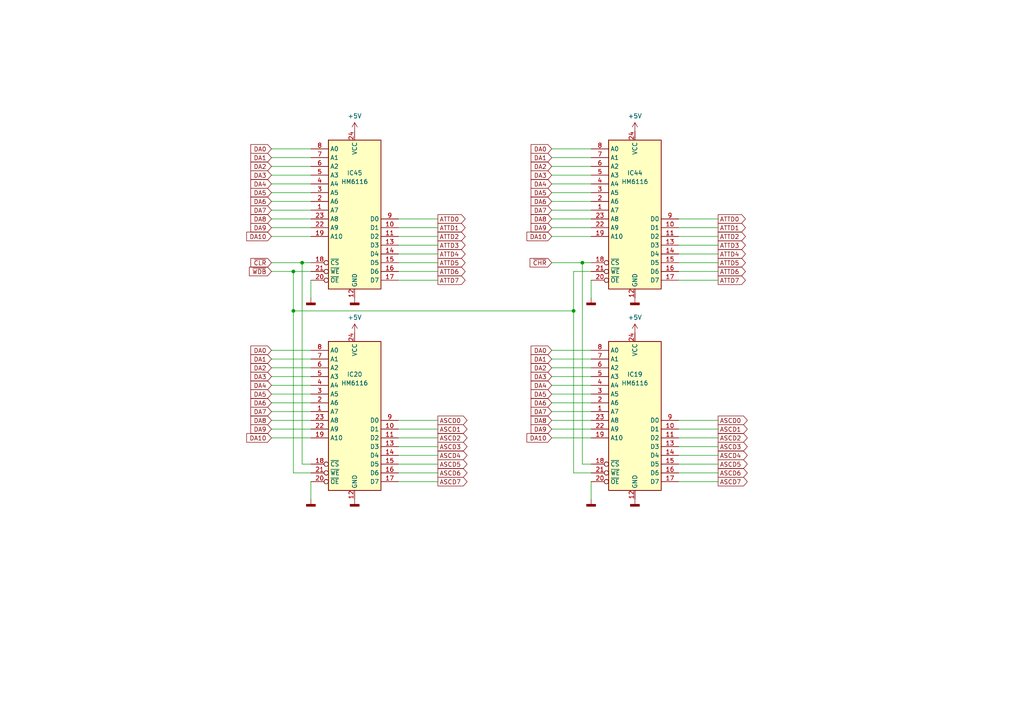
<source format=kicad_sch>
(kicad_sch
	(version 20231120)
	(generator "eeschema")
	(generator_version "8.0")
	(uuid "a0fb8159-e089-48df-af60-908d4ee59c70")
	(paper "A4")
	(title_block
		(title "PARTNER GDP: AVDC MEMORY")
		(company "Oddbit Retro")
		(comment 1 "NARISAL: MIHA GRČAR")
	)
	(lib_symbols
		(symbol "2764_1"
			(exclude_from_sim no)
			(in_bom yes)
			(on_board yes)
			(property "Reference" "IC50"
				(at 0 12.065 0)
				(effects
					(font
						(size 1.27 1.27)
					)
				)
			)
			(property "Value" "HM6116"
				(at 0 9.525 0)
				(effects
					(font
						(size 1.27 1.27)
					)
				)
			)
			(property "Footprint" "Package_DIP:DIP-24_W15.24mm"
				(at 0 3.81 0)
				(effects
					(font
						(size 1.27 1.27)
					)
					(hide yes)
				)
			)
			(property "Datasheet" "N/A"
				(at 0 3.81 0)
				(effects
					(font
						(size 1.27 1.27)
					)
					(hide yes)
				)
			)
			(property "Description" "N/A"
				(at 0 0 0)
				(effects
					(font
						(size 1.27 1.27)
					)
					(hide yes)
				)
			)
			(property "ki_keywords" "EPROM 64KiBit"
				(at 0 0 0)
				(effects
					(font
						(size 1.27 1.27)
					)
					(hide yes)
				)
			)
			(property "ki_fp_filters" "DIP*W15.24mm*"
				(at 0 0 0)
				(effects
					(font
						(size 1.27 1.27)
					)
					(hide yes)
				)
			)
			(symbol "2764_1_1_1"
				(rectangle
					(start -7.62 21.59)
					(end 7.62 -21.59)
					(stroke
						(width 0.254)
						(type default)
					)
					(fill
						(type background)
					)
				)
				(pin input line
					(at -12.7 1.27 0)
					(length 5.08)
					(name "A7"
						(effects
							(font
								(size 1.27 1.27)
							)
						)
					)
					(number "1"
						(effects
							(font
								(size 1.27 1.27)
							)
						)
					)
				)
				(pin tri_state line
					(at 12.7 -3.81 180)
					(length 5.08)
					(name "D1"
						(effects
							(font
								(size 1.27 1.27)
							)
						)
					)
					(number "10"
						(effects
							(font
								(size 1.27 1.27)
							)
						)
					)
				)
				(pin tri_state line
					(at 12.7 -6.35 180)
					(length 5.08)
					(name "D2"
						(effects
							(font
								(size 1.27 1.27)
							)
						)
					)
					(number "11"
						(effects
							(font
								(size 1.27 1.27)
							)
						)
					)
				)
				(pin power_in line
					(at 0 -24.13 90)
					(length 2.54)
					(name "GND"
						(effects
							(font
								(size 1.27 1.27)
							)
						)
					)
					(number "12"
						(effects
							(font
								(size 1.27 1.27)
							)
						)
					)
				)
				(pin tri_state line
					(at 12.7 -8.89 180)
					(length 5.08)
					(name "D3"
						(effects
							(font
								(size 1.27 1.27)
							)
						)
					)
					(number "13"
						(effects
							(font
								(size 1.27 1.27)
							)
						)
					)
				)
				(pin tri_state line
					(at 12.7 -11.43 180)
					(length 5.08)
					(name "D4"
						(effects
							(font
								(size 1.27 1.27)
							)
						)
					)
					(number "14"
						(effects
							(font
								(size 1.27 1.27)
							)
						)
					)
				)
				(pin tri_state line
					(at 12.7 -13.97 180)
					(length 5.08)
					(name "D5"
						(effects
							(font
								(size 1.27 1.27)
							)
						)
					)
					(number "15"
						(effects
							(font
								(size 1.27 1.27)
							)
						)
					)
				)
				(pin tri_state line
					(at 12.7 -16.51 180)
					(length 5.08)
					(name "D6"
						(effects
							(font
								(size 1.27 1.27)
							)
						)
					)
					(number "16"
						(effects
							(font
								(size 1.27 1.27)
							)
						)
					)
				)
				(pin tri_state line
					(at 12.7 -19.05 180)
					(length 5.08)
					(name "D7"
						(effects
							(font
								(size 1.27 1.27)
							)
						)
					)
					(number "17"
						(effects
							(font
								(size 1.27 1.27)
							)
						)
					)
				)
				(pin input inverted
					(at -12.7 -13.97 0)
					(length 5.08)
					(name "~{CS}"
						(effects
							(font
								(size 1.27 1.27)
							)
						)
					)
					(number "18"
						(effects
							(font
								(size 1.27 1.27)
							)
						)
					)
				)
				(pin input line
					(at -12.7 -6.35 0)
					(length 5.08)
					(name "A10"
						(effects
							(font
								(size 1.27 1.27)
							)
						)
					)
					(number "19"
						(effects
							(font
								(size 1.27 1.27)
							)
						)
					)
				)
				(pin input line
					(at -12.7 3.81 0)
					(length 5.08)
					(name "A6"
						(effects
							(font
								(size 1.27 1.27)
							)
						)
					)
					(number "2"
						(effects
							(font
								(size 1.27 1.27)
							)
						)
					)
				)
				(pin input inverted
					(at -12.7 -19.05 0)
					(length 5.08)
					(name "~{OE}"
						(effects
							(font
								(size 1.27 1.27)
							)
						)
					)
					(number "20"
						(effects
							(font
								(size 1.27 1.27)
							)
						)
					)
				)
				(pin input inverted
					(at -12.7 -16.51 0)
					(length 5.08)
					(name "~{WE}"
						(effects
							(font
								(size 1.27 1.27)
							)
						)
					)
					(number "21"
						(effects
							(font
								(size 1.27 1.27)
							)
						)
					)
				)
				(pin input line
					(at -12.7 -3.81 0)
					(length 5.08)
					(name "A9"
						(effects
							(font
								(size 1.27 1.27)
							)
						)
					)
					(number "22"
						(effects
							(font
								(size 1.27 1.27)
							)
						)
					)
				)
				(pin input line
					(at -12.7 -1.27 0)
					(length 5.08)
					(name "A8"
						(effects
							(font
								(size 1.27 1.27)
							)
						)
					)
					(number "23"
						(effects
							(font
								(size 1.27 1.27)
							)
						)
					)
				)
				(pin power_in line
					(at 0 24.13 270)
					(length 2.54)
					(name "VCC"
						(effects
							(font
								(size 1.27 1.27)
							)
						)
					)
					(number "24"
						(effects
							(font
								(size 1.27 1.27)
							)
						)
					)
				)
				(pin input line
					(at -12.7 6.35 0)
					(length 5.08)
					(name "A5"
						(effects
							(font
								(size 1.27 1.27)
							)
						)
					)
					(number "3"
						(effects
							(font
								(size 1.27 1.27)
							)
						)
					)
				)
				(pin input line
					(at -12.7 8.89 0)
					(length 5.08)
					(name "A4"
						(effects
							(font
								(size 1.27 1.27)
							)
						)
					)
					(number "4"
						(effects
							(font
								(size 1.27 1.27)
							)
						)
					)
				)
				(pin input line
					(at -12.7 11.43 0)
					(length 5.08)
					(name "A3"
						(effects
							(font
								(size 1.27 1.27)
							)
						)
					)
					(number "5"
						(effects
							(font
								(size 1.27 1.27)
							)
						)
					)
				)
				(pin input line
					(at -12.7 13.97 0)
					(length 5.08)
					(name "A2"
						(effects
							(font
								(size 1.27 1.27)
							)
						)
					)
					(number "6"
						(effects
							(font
								(size 1.27 1.27)
							)
						)
					)
				)
				(pin input line
					(at -12.7 16.51 0)
					(length 5.08)
					(name "A1"
						(effects
							(font
								(size 1.27 1.27)
							)
						)
					)
					(number "7"
						(effects
							(font
								(size 1.27 1.27)
							)
						)
					)
				)
				(pin input line
					(at -12.7 19.05 0)
					(length 5.08)
					(name "A0"
						(effects
							(font
								(size 1.27 1.27)
							)
						)
					)
					(number "8"
						(effects
							(font
								(size 1.27 1.27)
							)
						)
					)
				)
				(pin tri_state line
					(at 12.7 -1.27 180)
					(length 5.08)
					(name "D0"
						(effects
							(font
								(size 1.27 1.27)
							)
						)
					)
					(number "9"
						(effects
							(font
								(size 1.27 1.27)
							)
						)
					)
				)
			)
		)
		(symbol "2764_2"
			(exclude_from_sim no)
			(in_bom yes)
			(on_board yes)
			(property "Reference" "IC53"
				(at 0 12.065 0)
				(effects
					(font
						(size 1.27 1.27)
					)
				)
			)
			(property "Value" "HM6116"
				(at 0 9.525 0)
				(effects
					(font
						(size 1.27 1.27)
					)
				)
			)
			(property "Footprint" "Package_DIP:DIP-24_W15.24mm"
				(at 0 3.81 0)
				(effects
					(font
						(size 1.27 1.27)
					)
					(hide yes)
				)
			)
			(property "Datasheet" "N/A"
				(at 0 3.81 0)
				(effects
					(font
						(size 1.27 1.27)
					)
					(hide yes)
				)
			)
			(property "Description" "N/A"
				(at 0 0 0)
				(effects
					(font
						(size 1.27 1.27)
					)
					(hide yes)
				)
			)
			(property "ki_keywords" "EPROM 64KiBit"
				(at 0 0 0)
				(effects
					(font
						(size 1.27 1.27)
					)
					(hide yes)
				)
			)
			(property "ki_fp_filters" "DIP*W15.24mm*"
				(at 0 0 0)
				(effects
					(font
						(size 1.27 1.27)
					)
					(hide yes)
				)
			)
			(symbol "2764_2_1_1"
				(rectangle
					(start -7.62 21.59)
					(end 7.62 -21.59)
					(stroke
						(width 0.254)
						(type default)
					)
					(fill
						(type background)
					)
				)
				(pin input line
					(at -12.7 1.27 0)
					(length 5.08)
					(name "A7"
						(effects
							(font
								(size 1.27 1.27)
							)
						)
					)
					(number "1"
						(effects
							(font
								(size 1.27 1.27)
							)
						)
					)
				)
				(pin tri_state line
					(at 12.7 -3.81 180)
					(length 5.08)
					(name "D1"
						(effects
							(font
								(size 1.27 1.27)
							)
						)
					)
					(number "10"
						(effects
							(font
								(size 1.27 1.27)
							)
						)
					)
				)
				(pin tri_state line
					(at 12.7 -6.35 180)
					(length 5.08)
					(name "D2"
						(effects
							(font
								(size 1.27 1.27)
							)
						)
					)
					(number "11"
						(effects
							(font
								(size 1.27 1.27)
							)
						)
					)
				)
				(pin power_in line
					(at 0 -24.13 90)
					(length 2.54)
					(name "GND"
						(effects
							(font
								(size 1.27 1.27)
							)
						)
					)
					(number "12"
						(effects
							(font
								(size 1.27 1.27)
							)
						)
					)
				)
				(pin tri_state line
					(at 12.7 -8.89 180)
					(length 5.08)
					(name "D3"
						(effects
							(font
								(size 1.27 1.27)
							)
						)
					)
					(number "13"
						(effects
							(font
								(size 1.27 1.27)
							)
						)
					)
				)
				(pin tri_state line
					(at 12.7 -11.43 180)
					(length 5.08)
					(name "D4"
						(effects
							(font
								(size 1.27 1.27)
							)
						)
					)
					(number "14"
						(effects
							(font
								(size 1.27 1.27)
							)
						)
					)
				)
				(pin tri_state line
					(at 12.7 -13.97 180)
					(length 5.08)
					(name "D5"
						(effects
							(font
								(size 1.27 1.27)
							)
						)
					)
					(number "15"
						(effects
							(font
								(size 1.27 1.27)
							)
						)
					)
				)
				(pin tri_state line
					(at 12.7 -16.51 180)
					(length 5.08)
					(name "D6"
						(effects
							(font
								(size 1.27 1.27)
							)
						)
					)
					(number "16"
						(effects
							(font
								(size 1.27 1.27)
							)
						)
					)
				)
				(pin tri_state line
					(at 12.7 -19.05 180)
					(length 5.08)
					(name "D7"
						(effects
							(font
								(size 1.27 1.27)
							)
						)
					)
					(number "17"
						(effects
							(font
								(size 1.27 1.27)
							)
						)
					)
				)
				(pin input inverted
					(at -12.7 -13.97 0)
					(length 5.08)
					(name "~{CS}"
						(effects
							(font
								(size 1.27 1.27)
							)
						)
					)
					(number "18"
						(effects
							(font
								(size 1.27 1.27)
							)
						)
					)
				)
				(pin input line
					(at -12.7 -6.35 0)
					(length 5.08)
					(name "A10"
						(effects
							(font
								(size 1.27 1.27)
							)
						)
					)
					(number "19"
						(effects
							(font
								(size 1.27 1.27)
							)
						)
					)
				)
				(pin input line
					(at -12.7 3.81 0)
					(length 5.08)
					(name "A6"
						(effects
							(font
								(size 1.27 1.27)
							)
						)
					)
					(number "2"
						(effects
							(font
								(size 1.27 1.27)
							)
						)
					)
				)
				(pin input inverted
					(at -12.7 -19.05 0)
					(length 5.08)
					(name "~{OE}"
						(effects
							(font
								(size 1.27 1.27)
							)
						)
					)
					(number "20"
						(effects
							(font
								(size 1.27 1.27)
							)
						)
					)
				)
				(pin input inverted
					(at -12.7 -16.51 0)
					(length 5.08)
					(name "~{WE}"
						(effects
							(font
								(size 1.27 1.27)
							)
						)
					)
					(number "21"
						(effects
							(font
								(size 1.27 1.27)
							)
						)
					)
				)
				(pin input line
					(at -12.7 -3.81 0)
					(length 5.08)
					(name "A9"
						(effects
							(font
								(size 1.27 1.27)
							)
						)
					)
					(number "22"
						(effects
							(font
								(size 1.27 1.27)
							)
						)
					)
				)
				(pin input line
					(at -12.7 -1.27 0)
					(length 5.08)
					(name "A8"
						(effects
							(font
								(size 1.27 1.27)
							)
						)
					)
					(number "23"
						(effects
							(font
								(size 1.27 1.27)
							)
						)
					)
				)
				(pin power_in line
					(at 0 24.13 270)
					(length 2.54)
					(name "VCC"
						(effects
							(font
								(size 1.27 1.27)
							)
						)
					)
					(number "24"
						(effects
							(font
								(size 1.27 1.27)
							)
						)
					)
				)
				(pin input line
					(at -12.7 6.35 0)
					(length 5.08)
					(name "A5"
						(effects
							(font
								(size 1.27 1.27)
							)
						)
					)
					(number "3"
						(effects
							(font
								(size 1.27 1.27)
							)
						)
					)
				)
				(pin input line
					(at -12.7 8.89 0)
					(length 5.08)
					(name "A4"
						(effects
							(font
								(size 1.27 1.27)
							)
						)
					)
					(number "4"
						(effects
							(font
								(size 1.27 1.27)
							)
						)
					)
				)
				(pin input line
					(at -12.7 11.43 0)
					(length 5.08)
					(name "A3"
						(effects
							(font
								(size 1.27 1.27)
							)
						)
					)
					(number "5"
						(effects
							(font
								(size 1.27 1.27)
							)
						)
					)
				)
				(pin input line
					(at -12.7 13.97 0)
					(length 5.08)
					(name "A2"
						(effects
							(font
								(size 1.27 1.27)
							)
						)
					)
					(number "6"
						(effects
							(font
								(size 1.27 1.27)
							)
						)
					)
				)
				(pin input line
					(at -12.7 16.51 0)
					(length 5.08)
					(name "A1"
						(effects
							(font
								(size 1.27 1.27)
							)
						)
					)
					(number "7"
						(effects
							(font
								(size 1.27 1.27)
							)
						)
					)
				)
				(pin input line
					(at -12.7 19.05 0)
					(length 5.08)
					(name "A0"
						(effects
							(font
								(size 1.27 1.27)
							)
						)
					)
					(number "8"
						(effects
							(font
								(size 1.27 1.27)
							)
						)
					)
				)
				(pin tri_state line
					(at 12.7 -1.27 180)
					(length 5.08)
					(name "D0"
						(effects
							(font
								(size 1.27 1.27)
							)
						)
					)
					(number "9"
						(effects
							(font
								(size 1.27 1.27)
							)
						)
					)
				)
			)
		)
		(symbol "power:+5V"
			(power)
			(pin_names
				(offset 0)
			)
			(exclude_from_sim no)
			(in_bom yes)
			(on_board yes)
			(property "Reference" "#PWR"
				(at 0 -3.81 0)
				(effects
					(font
						(size 1.27 1.27)
					)
					(hide yes)
				)
			)
			(property "Value" "+5V"
				(at 0 3.556 0)
				(effects
					(font
						(size 1.27 1.27)
					)
				)
			)
			(property "Footprint" ""
				(at 0 0 0)
				(effects
					(font
						(size 1.27 1.27)
					)
					(hide yes)
				)
			)
			(property "Datasheet" ""
				(at 0 0 0)
				(effects
					(font
						(size 1.27 1.27)
					)
					(hide yes)
				)
			)
			(property "Description" "Power symbol creates a global label with name \"+5V\""
				(at 0 0 0)
				(effects
					(font
						(size 1.27 1.27)
					)
					(hide yes)
				)
			)
			(property "ki_keywords" "global power"
				(at 0 0 0)
				(effects
					(font
						(size 1.27 1.27)
					)
					(hide yes)
				)
			)
			(symbol "+5V_0_1"
				(polyline
					(pts
						(xy -0.762 1.27) (xy 0 2.54)
					)
					(stroke
						(width 0)
						(type default)
					)
					(fill
						(type none)
					)
				)
				(polyline
					(pts
						(xy 0 0) (xy 0 2.54)
					)
					(stroke
						(width 0)
						(type default)
					)
					(fill
						(type none)
					)
				)
				(polyline
					(pts
						(xy 0 2.54) (xy 0.762 1.27)
					)
					(stroke
						(width 0)
						(type default)
					)
					(fill
						(type none)
					)
				)
			)
			(symbol "+5V_1_1"
				(pin power_in line
					(at 0 0 90)
					(length 0) hide
					(name "+5V"
						(effects
							(font
								(size 1.27 1.27)
							)
						)
					)
					(number "1"
						(effects
							(font
								(size 1.27 1.27)
							)
						)
					)
				)
			)
		)
		(symbol "power:GNDD"
			(power)
			(pin_names
				(offset 0)
			)
			(exclude_from_sim no)
			(in_bom yes)
			(on_board yes)
			(property "Reference" "#PWR"
				(at 0 -6.35 0)
				(effects
					(font
						(size 1.27 1.27)
					)
					(hide yes)
				)
			)
			(property "Value" "GNDD"
				(at 0 -3.175 0)
				(effects
					(font
						(size 1.27 1.27)
					)
				)
			)
			(property "Footprint" ""
				(at 0 0 0)
				(effects
					(font
						(size 1.27 1.27)
					)
					(hide yes)
				)
			)
			(property "Datasheet" ""
				(at 0 0 0)
				(effects
					(font
						(size 1.27 1.27)
					)
					(hide yes)
				)
			)
			(property "Description" "Power symbol creates a global label with name \"GNDD\" , digital ground"
				(at 0 0 0)
				(effects
					(font
						(size 1.27 1.27)
					)
					(hide yes)
				)
			)
			(property "ki_keywords" "global power"
				(at 0 0 0)
				(effects
					(font
						(size 1.27 1.27)
					)
					(hide yes)
				)
			)
			(symbol "GNDD_0_1"
				(rectangle
					(start -1.27 -1.524)
					(end 1.27 -2.032)
					(stroke
						(width 0.254)
						(type default)
					)
					(fill
						(type outline)
					)
				)
				(polyline
					(pts
						(xy 0 0) (xy 0 -1.524)
					)
					(stroke
						(width 0)
						(type default)
					)
					(fill
						(type none)
					)
				)
			)
			(symbol "GNDD_1_1"
				(pin power_in line
					(at 0 0 270)
					(length 0) hide
					(name "GNDD"
						(effects
							(font
								(size 1.27 1.27)
							)
						)
					)
					(number "1"
						(effects
							(font
								(size 1.27 1.27)
							)
						)
					)
				)
			)
		)
	)
	(junction
		(at 85.09 78.74)
		(diameter 0)
		(color 0 0 0 0)
		(uuid "0d3c1315-67e1-44fc-b238-0b4814f64d39")
	)
	(junction
		(at 87.63 76.2)
		(diameter 0)
		(color 0 0 0 0)
		(uuid "71fea54b-7f27-495e-a58f-a57224ca9bf1")
	)
	(junction
		(at 85.09 90.17)
		(diameter 0)
		(color 0 0 0 0)
		(uuid "928b59ef-9e5b-4c97-9411-30f80625300a")
	)
	(junction
		(at 168.91 76.2)
		(diameter 0)
		(color 0 0 0 0)
		(uuid "95d994f9-bbb2-4c58-b727-f23010b6c0ce")
	)
	(junction
		(at 166.37 90.17)
		(diameter 0)
		(color 0 0 0 0)
		(uuid "bc0fbf11-4b7d-403c-bdb3-6a08814c3b88")
	)
	(wire
		(pts
			(xy 160.02 106.68) (xy 171.45 106.68)
		)
		(stroke
			(width 0)
			(type default)
		)
		(uuid "0297c300-efb9-4e38-ab8d-6fdea6caabb2")
	)
	(wire
		(pts
			(xy 115.57 129.54) (xy 127 129.54)
		)
		(stroke
			(width 0)
			(type default)
		)
		(uuid "08ab90fc-d5e1-41c0-80a2-7eea87a3421d")
	)
	(wire
		(pts
			(xy 160.02 45.72) (xy 171.45 45.72)
		)
		(stroke
			(width 0)
			(type default)
		)
		(uuid "0abf6819-b642-42c1-a324-acbe18e5ff79")
	)
	(wire
		(pts
			(xy 115.57 137.16) (xy 127 137.16)
		)
		(stroke
			(width 0)
			(type default)
		)
		(uuid "0f704d9f-b2b0-4b21-a05f-d24d9c0c27e7")
	)
	(wire
		(pts
			(xy 78.74 116.84) (xy 90.17 116.84)
		)
		(stroke
			(width 0)
			(type default)
		)
		(uuid "13d9e1f8-2237-4a31-b333-fd2845f08b10")
	)
	(wire
		(pts
			(xy 78.74 53.34) (xy 90.17 53.34)
		)
		(stroke
			(width 0)
			(type default)
		)
		(uuid "1462fdc8-f601-4a57-a19d-5355f3fdc1d3")
	)
	(wire
		(pts
			(xy 90.17 134.62) (xy 87.63 134.62)
		)
		(stroke
			(width 0)
			(type default)
		)
		(uuid "162eaa4b-c2e7-49eb-b076-c51f3880a731")
	)
	(wire
		(pts
			(xy 160.02 76.2) (xy 168.91 76.2)
		)
		(stroke
			(width 0)
			(type default)
		)
		(uuid "1c066a5d-9fac-4aa8-b795-60ea32f2c750")
	)
	(wire
		(pts
			(xy 160.02 68.58) (xy 171.45 68.58)
		)
		(stroke
			(width 0)
			(type default)
		)
		(uuid "1c74ee16-7466-4704-bbd9-d936106ceedc")
	)
	(wire
		(pts
			(xy 78.74 111.76) (xy 90.17 111.76)
		)
		(stroke
			(width 0)
			(type default)
		)
		(uuid "1f87cbc7-1bb0-4ea8-97b5-9acf95eb903f")
	)
	(wire
		(pts
			(xy 115.57 73.66) (xy 127 73.66)
		)
		(stroke
			(width 0)
			(type default)
		)
		(uuid "242727e8-ee40-4bfd-841a-0ef9e6b8d927")
	)
	(wire
		(pts
			(xy 87.63 76.2) (xy 90.17 76.2)
		)
		(stroke
			(width 0)
			(type default)
		)
		(uuid "26245486-e203-4a89-a0b8-14edf4bf9e9b")
	)
	(wire
		(pts
			(xy 78.74 63.5) (xy 90.17 63.5)
		)
		(stroke
			(width 0)
			(type default)
		)
		(uuid "265a15ab-1747-4548-8e5c-e1fa81f92e2c")
	)
	(wire
		(pts
			(xy 87.63 134.62) (xy 87.63 76.2)
		)
		(stroke
			(width 0)
			(type default)
		)
		(uuid "2aa40523-6d0a-4800-ba1d-b6d36260963d")
	)
	(wire
		(pts
			(xy 78.74 121.92) (xy 90.17 121.92)
		)
		(stroke
			(width 0)
			(type default)
		)
		(uuid "2c22bc3e-578f-4cb5-a18c-3085d36e7c07")
	)
	(wire
		(pts
			(xy 196.85 68.58) (xy 208.28 68.58)
		)
		(stroke
			(width 0)
			(type default)
		)
		(uuid "30c454a1-1020-4812-9349-2ff122d7b15b")
	)
	(wire
		(pts
			(xy 78.74 78.74) (xy 85.09 78.74)
		)
		(stroke
			(width 0)
			(type default)
		)
		(uuid "32a160f0-6b89-4c9a-bbbc-3d111811b1a7")
	)
	(wire
		(pts
			(xy 115.57 63.5) (xy 127 63.5)
		)
		(stroke
			(width 0)
			(type default)
		)
		(uuid "388f02e9-c96a-421d-a123-78fc0d62492e")
	)
	(wire
		(pts
			(xy 115.57 139.7) (xy 127 139.7)
		)
		(stroke
			(width 0)
			(type default)
		)
		(uuid "3a1a910e-a189-43c2-bf96-d89cc61c5fe9")
	)
	(wire
		(pts
			(xy 168.91 76.2) (xy 168.91 134.62)
		)
		(stroke
			(width 0)
			(type default)
		)
		(uuid "3b11c31b-f0c1-43ca-a67f-cd06b10ae7aa")
	)
	(wire
		(pts
			(xy 196.85 134.62) (xy 208.28 134.62)
		)
		(stroke
			(width 0)
			(type default)
		)
		(uuid "3b215d36-5c28-420c-827f-78bc99f1b78e")
	)
	(wire
		(pts
			(xy 115.57 121.92) (xy 127 121.92)
		)
		(stroke
			(width 0)
			(type default)
		)
		(uuid "3c04ca52-02a0-4819-88dd-dd3a801b8270")
	)
	(wire
		(pts
			(xy 166.37 78.74) (xy 171.45 78.74)
		)
		(stroke
			(width 0)
			(type default)
		)
		(uuid "3d7e3a69-55b5-465b-b634-bb72fbae83d4")
	)
	(wire
		(pts
			(xy 196.85 137.16) (xy 208.28 137.16)
		)
		(stroke
			(width 0)
			(type default)
		)
		(uuid "4061a8de-f039-40c6-aef1-1ed57b3bd954")
	)
	(wire
		(pts
			(xy 160.02 114.3) (xy 171.45 114.3)
		)
		(stroke
			(width 0)
			(type default)
		)
		(uuid "40788118-ffcc-40b5-9670-82903d9ecd25")
	)
	(wire
		(pts
			(xy 78.74 109.22) (xy 90.17 109.22)
		)
		(stroke
			(width 0)
			(type default)
		)
		(uuid "45e86b80-18d9-46fe-9982-fd445663d2bd")
	)
	(wire
		(pts
			(xy 115.57 124.46) (xy 127 124.46)
		)
		(stroke
			(width 0)
			(type default)
		)
		(uuid "48dda0ee-9d07-45f7-868c-23a1c430d2df")
	)
	(wire
		(pts
			(xy 78.74 45.72) (xy 90.17 45.72)
		)
		(stroke
			(width 0)
			(type default)
		)
		(uuid "49fbcb82-b82e-4e21-b8cc-e715482d50e8")
	)
	(wire
		(pts
			(xy 78.74 58.42) (xy 90.17 58.42)
		)
		(stroke
			(width 0)
			(type default)
		)
		(uuid "4c1834d8-b8df-460a-aa28-5115152c9b8f")
	)
	(wire
		(pts
			(xy 196.85 127) (xy 208.28 127)
		)
		(stroke
			(width 0)
			(type default)
		)
		(uuid "4c5cbe44-e6fe-4936-bf3d-3b205b8f747f")
	)
	(wire
		(pts
			(xy 160.02 101.6) (xy 171.45 101.6)
		)
		(stroke
			(width 0)
			(type default)
		)
		(uuid "52f67bee-9590-45aa-8fea-c02d2423ddee")
	)
	(wire
		(pts
			(xy 196.85 132.08) (xy 208.28 132.08)
		)
		(stroke
			(width 0)
			(type default)
		)
		(uuid "57f27d14-9909-438a-ab53-2dd45032b2d2")
	)
	(wire
		(pts
			(xy 166.37 78.74) (xy 166.37 90.17)
		)
		(stroke
			(width 0)
			(type default)
		)
		(uuid "593f4112-7c95-448f-9c37-ef8481efded6")
	)
	(wire
		(pts
			(xy 160.02 121.92) (xy 171.45 121.92)
		)
		(stroke
			(width 0)
			(type default)
		)
		(uuid "5ce59cb2-9895-47c6-a1f9-698f84d8835c")
	)
	(wire
		(pts
			(xy 196.85 139.7) (xy 208.28 139.7)
		)
		(stroke
			(width 0)
			(type default)
		)
		(uuid "5d4de2d2-6eea-4438-afd5-51d6fc28c1b6")
	)
	(wire
		(pts
			(xy 78.74 43.18) (xy 90.17 43.18)
		)
		(stroke
			(width 0)
			(type default)
		)
		(uuid "609d11ed-8c99-4c5b-ad60-bfe1bbd9f622")
	)
	(wire
		(pts
			(xy 90.17 81.28) (xy 90.17 86.36)
		)
		(stroke
			(width 0)
			(type default)
		)
		(uuid "63ec49cf-1dc4-4eb6-b58a-cfd012f46df5")
	)
	(wire
		(pts
			(xy 171.45 137.16) (xy 166.37 137.16)
		)
		(stroke
			(width 0)
			(type default)
		)
		(uuid "64ecd5f7-04d3-46f3-b0db-9e22981d7520")
	)
	(wire
		(pts
			(xy 160.02 48.26) (xy 171.45 48.26)
		)
		(stroke
			(width 0)
			(type default)
		)
		(uuid "6aa29108-cf7f-4761-9221-2b500c8bce1e")
	)
	(wire
		(pts
			(xy 115.57 78.74) (xy 127 78.74)
		)
		(stroke
			(width 0)
			(type default)
		)
		(uuid "6b024427-3d44-4db4-bd8d-d5b8f18bda4c")
	)
	(wire
		(pts
			(xy 160.02 66.04) (xy 171.45 66.04)
		)
		(stroke
			(width 0)
			(type default)
		)
		(uuid "6ba9974e-f213-4727-9879-2e07afc74e8c")
	)
	(wire
		(pts
			(xy 196.85 73.66) (xy 208.28 73.66)
		)
		(stroke
			(width 0)
			(type default)
		)
		(uuid "71d8092e-9f7c-43cd-b6cc-d3e4e3a962cf")
	)
	(wire
		(pts
			(xy 78.74 119.38) (xy 90.17 119.38)
		)
		(stroke
			(width 0)
			(type default)
		)
		(uuid "72ad50a1-d077-45ec-925e-b92ed8350e72")
	)
	(wire
		(pts
			(xy 78.74 124.46) (xy 90.17 124.46)
		)
		(stroke
			(width 0)
			(type default)
		)
		(uuid "7339c0c1-1f16-4f98-9e67-29db8be4ddcd")
	)
	(wire
		(pts
			(xy 160.02 124.46) (xy 171.45 124.46)
		)
		(stroke
			(width 0)
			(type default)
		)
		(uuid "77cc6847-5578-4526-bc2b-c07dc14252bd")
	)
	(wire
		(pts
			(xy 78.74 127) (xy 90.17 127)
		)
		(stroke
			(width 0)
			(type default)
		)
		(uuid "799b4a90-d59e-46c0-91d6-9907db63f26f")
	)
	(wire
		(pts
			(xy 160.02 43.18) (xy 171.45 43.18)
		)
		(stroke
			(width 0)
			(type default)
		)
		(uuid "7c0c1ae8-e83f-43ac-8a60-64dcc29a631f")
	)
	(wire
		(pts
			(xy 78.74 66.04) (xy 90.17 66.04)
		)
		(stroke
			(width 0)
			(type default)
		)
		(uuid "7d1eda17-a035-4aec-bfa3-f05ae8c3ff21")
	)
	(wire
		(pts
			(xy 115.57 76.2) (xy 127 76.2)
		)
		(stroke
			(width 0)
			(type default)
		)
		(uuid "7fe05c2c-b166-4f9f-927b-d5f6261c1341")
	)
	(wire
		(pts
			(xy 78.74 106.68) (xy 90.17 106.68)
		)
		(stroke
			(width 0)
			(type default)
		)
		(uuid "8373ec82-b2db-4a8d-a4bd-ce42479e5e74")
	)
	(wire
		(pts
			(xy 115.57 132.08) (xy 127 132.08)
		)
		(stroke
			(width 0)
			(type default)
		)
		(uuid "84aab9ef-ee64-49b2-882f-1f47dfc32b1d")
	)
	(wire
		(pts
			(xy 160.02 50.8) (xy 171.45 50.8)
		)
		(stroke
			(width 0)
			(type default)
		)
		(uuid "85560455-8886-418c-9a97-964ef59c3667")
	)
	(wire
		(pts
			(xy 196.85 66.04) (xy 208.28 66.04)
		)
		(stroke
			(width 0)
			(type default)
		)
		(uuid "86116583-d131-4a5e-9dd0-31a536dbd96f")
	)
	(wire
		(pts
			(xy 115.57 71.12) (xy 127 71.12)
		)
		(stroke
			(width 0)
			(type default)
		)
		(uuid "880bc6cb-8f35-4ccc-b371-410a8f4b78f3")
	)
	(wire
		(pts
			(xy 196.85 63.5) (xy 208.28 63.5)
		)
		(stroke
			(width 0)
			(type default)
		)
		(uuid "8a0c1645-c438-4963-9bc5-4db9762711b0")
	)
	(wire
		(pts
			(xy 115.57 134.62) (xy 127 134.62)
		)
		(stroke
			(width 0)
			(type default)
		)
		(uuid "8b121ed3-4329-459e-8e3e-eea3cbebfae6")
	)
	(wire
		(pts
			(xy 78.74 50.8) (xy 90.17 50.8)
		)
		(stroke
			(width 0)
			(type default)
		)
		(uuid "8b7a85fc-8bdc-4477-9866-ff99de10ed88")
	)
	(wire
		(pts
			(xy 196.85 81.28) (xy 208.28 81.28)
		)
		(stroke
			(width 0)
			(type default)
		)
		(uuid "8ec77a75-10ea-461c-9693-0a81819d0789")
	)
	(wire
		(pts
			(xy 78.74 60.96) (xy 90.17 60.96)
		)
		(stroke
			(width 0)
			(type default)
		)
		(uuid "914771d0-c676-4254-8294-bfd641a8ca29")
	)
	(wire
		(pts
			(xy 196.85 129.54) (xy 208.28 129.54)
		)
		(stroke
			(width 0)
			(type default)
		)
		(uuid "933fc496-5aa8-492c-b9af-5e00bd6e3b47")
	)
	(wire
		(pts
			(xy 168.91 134.62) (xy 171.45 134.62)
		)
		(stroke
			(width 0)
			(type default)
		)
		(uuid "9374729d-b0c1-44b3-8f51-72a8630826e9")
	)
	(wire
		(pts
			(xy 160.02 53.34) (xy 171.45 53.34)
		)
		(stroke
			(width 0)
			(type default)
		)
		(uuid "951bdc5f-63ad-4df8-b2af-246cafbdb93c")
	)
	(wire
		(pts
			(xy 166.37 90.17) (xy 166.37 137.16)
		)
		(stroke
			(width 0)
			(type default)
		)
		(uuid "9550b4b5-d9c1-478f-a94b-b040659e5d55")
	)
	(wire
		(pts
			(xy 78.74 76.2) (xy 87.63 76.2)
		)
		(stroke
			(width 0)
			(type default)
		)
		(uuid "9bad9a98-b069-4293-9a8c-d5a106dc2246")
	)
	(wire
		(pts
			(xy 160.02 58.42) (xy 171.45 58.42)
		)
		(stroke
			(width 0)
			(type default)
		)
		(uuid "9bda8cb7-9269-4ead-b48f-b7fb8ba4a880")
	)
	(wire
		(pts
			(xy 78.74 48.26) (xy 90.17 48.26)
		)
		(stroke
			(width 0)
			(type default)
		)
		(uuid "9e3035a4-ec11-41a4-a9e7-bbbcdd04110c")
	)
	(wire
		(pts
			(xy 160.02 60.96) (xy 171.45 60.96)
		)
		(stroke
			(width 0)
			(type default)
		)
		(uuid "9fa251b1-37f0-41ea-9b1f-18b78b4b3a4e")
	)
	(wire
		(pts
			(xy 90.17 137.16) (xy 85.09 137.16)
		)
		(stroke
			(width 0)
			(type default)
		)
		(uuid "a19ac69c-81e5-4fa9-933d-e8b65857a250")
	)
	(wire
		(pts
			(xy 196.85 76.2) (xy 208.28 76.2)
		)
		(stroke
			(width 0)
			(type default)
		)
		(uuid "a7cb2bc2-4bdf-483d-82d7-b8746af9a1f7")
	)
	(wire
		(pts
			(xy 196.85 78.74) (xy 208.28 78.74)
		)
		(stroke
			(width 0)
			(type default)
		)
		(uuid "acd775db-7969-4183-b18d-e128280bcce6")
	)
	(wire
		(pts
			(xy 115.57 127) (xy 127 127)
		)
		(stroke
			(width 0)
			(type default)
		)
		(uuid "af6ddaff-5659-4f55-a3ef-efbc8d509fa8")
	)
	(wire
		(pts
			(xy 160.02 127) (xy 171.45 127)
		)
		(stroke
			(width 0)
			(type default)
		)
		(uuid "b130dc21-ecde-4ac7-be65-4c1553479b0e")
	)
	(wire
		(pts
			(xy 171.45 139.7) (xy 171.45 144.78)
		)
		(stroke
			(width 0)
			(type default)
		)
		(uuid "b608cb4c-e470-40a2-9850-c8b0307a4031")
	)
	(wire
		(pts
			(xy 85.09 78.74) (xy 90.17 78.74)
		)
		(stroke
			(width 0)
			(type default)
		)
		(uuid "b6a5bbe7-f3a2-4ef8-b7c1-27ad0689d875")
	)
	(wire
		(pts
			(xy 78.74 114.3) (xy 90.17 114.3)
		)
		(stroke
			(width 0)
			(type default)
		)
		(uuid "b86efede-c6d4-4504-bca8-cc70eb3ea8f8")
	)
	(wire
		(pts
			(xy 115.57 68.58) (xy 127 68.58)
		)
		(stroke
			(width 0)
			(type default)
		)
		(uuid "bb0530c0-56e0-411e-abe7-30992bb8f037")
	)
	(wire
		(pts
			(xy 78.74 68.58) (xy 90.17 68.58)
		)
		(stroke
			(width 0)
			(type default)
		)
		(uuid "bed7aa67-2950-4d65-bccf-f7197834ce57")
	)
	(wire
		(pts
			(xy 160.02 116.84) (xy 171.45 116.84)
		)
		(stroke
			(width 0)
			(type default)
		)
		(uuid "bf61567e-e8bb-49f3-8586-e8a6ab1aab4d")
	)
	(wire
		(pts
			(xy 115.57 66.04) (xy 127 66.04)
		)
		(stroke
			(width 0)
			(type default)
		)
		(uuid "c056166c-3bcb-4669-b878-e482b1fc3ec7")
	)
	(wire
		(pts
			(xy 160.02 111.76) (xy 171.45 111.76)
		)
		(stroke
			(width 0)
			(type default)
		)
		(uuid "c55b6d11-d8c0-4360-b001-a100afc888fe")
	)
	(wire
		(pts
			(xy 196.85 121.92) (xy 208.28 121.92)
		)
		(stroke
			(width 0)
			(type default)
		)
		(uuid "cad03451-0eba-4419-a896-8f763cd1e391")
	)
	(wire
		(pts
			(xy 160.02 104.14) (xy 171.45 104.14)
		)
		(stroke
			(width 0)
			(type default)
		)
		(uuid "cbc65d25-3bfa-4153-bcd0-7806b72e5c2c")
	)
	(wire
		(pts
			(xy 85.09 90.17) (xy 85.09 137.16)
		)
		(stroke
			(width 0)
			(type default)
		)
		(uuid "d262ffd0-2dce-4c07-931b-2c4f62feba96")
	)
	(wire
		(pts
			(xy 171.45 81.28) (xy 171.45 86.36)
		)
		(stroke
			(width 0)
			(type default)
		)
		(uuid "d3e49a27-9471-410b-a32f-c4840069fa15")
	)
	(wire
		(pts
			(xy 160.02 119.38) (xy 171.45 119.38)
		)
		(stroke
			(width 0)
			(type default)
		)
		(uuid "d50ff575-770e-4589-aa02-fd97db8efc85")
	)
	(wire
		(pts
			(xy 160.02 55.88) (xy 171.45 55.88)
		)
		(stroke
			(width 0)
			(type default)
		)
		(uuid "dc7accb3-6895-4958-a41d-a28cd5514416")
	)
	(wire
		(pts
			(xy 196.85 71.12) (xy 208.28 71.12)
		)
		(stroke
			(width 0)
			(type default)
		)
		(uuid "dcaca0b4-2ce0-4827-b9f5-117c1e905fbb")
	)
	(wire
		(pts
			(xy 78.74 104.14) (xy 90.17 104.14)
		)
		(stroke
			(width 0)
			(type default)
		)
		(uuid "e0972336-fed6-48cb-b6f0-9167542646ca")
	)
	(wire
		(pts
			(xy 160.02 109.22) (xy 171.45 109.22)
		)
		(stroke
			(width 0)
			(type default)
		)
		(uuid "eb47476d-7482-47bd-8ae6-0a036bbc5bbb")
	)
	(wire
		(pts
			(xy 85.09 90.17) (xy 166.37 90.17)
		)
		(stroke
			(width 0)
			(type default)
		)
		(uuid "ed223526-c9e3-4247-9db5-e2adcab1b97a")
	)
	(wire
		(pts
			(xy 160.02 63.5) (xy 171.45 63.5)
		)
		(stroke
			(width 0)
			(type default)
		)
		(uuid "eea7d2c4-026d-43c5-955a-14858b44acef")
	)
	(wire
		(pts
			(xy 78.74 101.6) (xy 90.17 101.6)
		)
		(stroke
			(width 0)
			(type default)
		)
		(uuid "f0198917-1c6b-4b71-ba15-b0f186f7a484")
	)
	(wire
		(pts
			(xy 90.17 139.7) (xy 90.17 144.78)
		)
		(stroke
			(width 0)
			(type default)
		)
		(uuid "f872d2d4-fc0f-4172-a7f4-28f58b6fb756")
	)
	(wire
		(pts
			(xy 85.09 78.74) (xy 85.09 90.17)
		)
		(stroke
			(width 0)
			(type default)
		)
		(uuid "f88b54fc-460f-4c95-8c51-1e7e36f017c6")
	)
	(wire
		(pts
			(xy 168.91 76.2) (xy 171.45 76.2)
		)
		(stroke
			(width 0)
			(type default)
		)
		(uuid "f912cdbe-488c-4e5a-8597-3451f52205cf")
	)
	(wire
		(pts
			(xy 196.85 124.46) (xy 208.28 124.46)
		)
		(stroke
			(width 0)
			(type default)
		)
		(uuid "fa054507-ede7-40c6-93a2-418787c167d6")
	)
	(wire
		(pts
			(xy 78.74 55.88) (xy 90.17 55.88)
		)
		(stroke
			(width 0)
			(type default)
		)
		(uuid "fbcab5a0-f05a-4208-9943-f43bb6b74fda")
	)
	(wire
		(pts
			(xy 115.57 81.28) (xy 127 81.28)
		)
		(stroke
			(width 0)
			(type default)
		)
		(uuid "ffec0afb-fafd-4b6d-abfd-e79d2cec479f")
	)
	(global_label "ASCD5"
		(shape output)
		(at 127 134.62 0)
		(fields_autoplaced yes)
		(effects
			(font
				(size 1.27 1.27)
			)
			(justify left)
		)
		(uuid "0299e81c-a323-47c8-9312-11e6a6284d67")
		(property "Intersheetrefs" "${INTERSHEET_REFS}"
			(at 136.0328 134.62 0)
			(effects
				(font
					(size 1.27 1.27)
				)
				(justify left)
			)
		)
	)
	(global_label "ATTD2"
		(shape output)
		(at 208.28 68.58 0)
		(fields_autoplaced yes)
		(effects
			(font
				(size 1.27 1.27)
			)
			(justify left)
		)
		(uuid "072b4d97-a165-4e86-8db3-394d0886324a")
		(property "Intersheetrefs" "${INTERSHEET_REFS}"
			(at 216.7685 68.58 0)
			(effects
				(font
					(size 1.27 1.27)
				)
				(justify left)
			)
		)
	)
	(global_label "ATTD0"
		(shape output)
		(at 208.28 63.5 0)
		(fields_autoplaced yes)
		(effects
			(font
				(size 1.27 1.27)
			)
			(justify left)
		)
		(uuid "0b0332ba-c326-4808-9b0c-892ca752cfd1")
		(property "Intersheetrefs" "${INTERSHEET_REFS}"
			(at 216.7685 63.5 0)
			(effects
				(font
					(size 1.27 1.27)
				)
				(justify left)
			)
		)
	)
	(global_label "ASCD7"
		(shape output)
		(at 208.28 139.7 0)
		(fields_autoplaced yes)
		(effects
			(font
				(size 1.27 1.27)
			)
			(justify left)
		)
		(uuid "1080cdb1-5efe-4536-bae0-1e425e1bfeb3")
		(property "Intersheetrefs" "${INTERSHEET_REFS}"
			(at 217.3128 139.7 0)
			(effects
				(font
					(size 1.27 1.27)
				)
				(justify left)
			)
		)
	)
	(global_label "ASCD0"
		(shape output)
		(at 208.28 121.92 0)
		(fields_autoplaced yes)
		(effects
			(font
				(size 1.27 1.27)
			)
			(justify left)
		)
		(uuid "11bff95c-0263-41e5-90ad-f23a21911e02")
		(property "Intersheetrefs" "${INTERSHEET_REFS}"
			(at 217.3128 121.92 0)
			(effects
				(font
					(size 1.27 1.27)
				)
				(justify left)
			)
		)
	)
	(global_label "DA0"
		(shape input)
		(at 160.02 101.6 180)
		(fields_autoplaced yes)
		(effects
			(font
				(size 1.27 1.27)
			)
			(justify right)
		)
		(uuid "1a62285b-0137-4f65-adea-00065588b44a")
		(property "Intersheetrefs" "${INTERSHEET_REFS}"
			(at 153.4667 101.6 0)
			(effects
				(font
					(size 1.27 1.27)
				)
				(justify right)
			)
		)
	)
	(global_label "ATTD2"
		(shape output)
		(at 127 68.58 0)
		(fields_autoplaced yes)
		(effects
			(font
				(size 1.27 1.27)
			)
			(justify left)
		)
		(uuid "1f0780fb-fd31-43b7-9d1f-2c6adbc32a94")
		(property "Intersheetrefs" "${INTERSHEET_REFS}"
			(at 135.4885 68.58 0)
			(effects
				(font
					(size 1.27 1.27)
				)
				(justify left)
			)
		)
	)
	(global_label "DA2"
		(shape input)
		(at 160.02 106.68 180)
		(fields_autoplaced yes)
		(effects
			(font
				(size 1.27 1.27)
			)
			(justify right)
		)
		(uuid "21823493-5406-433c-923d-d722a450f6d0")
		(property "Intersheetrefs" "${INTERSHEET_REFS}"
			(at 153.4667 106.68 0)
			(effects
				(font
					(size 1.27 1.27)
				)
				(justify right)
			)
		)
	)
	(global_label "ASCD4"
		(shape output)
		(at 127 132.08 0)
		(fields_autoplaced yes)
		(effects
			(font
				(size 1.27 1.27)
			)
			(justify left)
		)
		(uuid "21e7b9e5-4000-4c1e-a875-f0a9217db2e3")
		(property "Intersheetrefs" "${INTERSHEET_REFS}"
			(at 136.0328 132.08 0)
			(effects
				(font
					(size 1.27 1.27)
				)
				(justify left)
			)
		)
	)
	(global_label "~{CLR}"
		(shape input)
		(at 78.74 76.2 180)
		(fields_autoplaced yes)
		(effects
			(font
				(size 1.27 1.27)
			)
			(justify right)
		)
		(uuid "23f0cc73-6daa-4314-9880-54e0c8584113")
		(property "Intersheetrefs" "${INTERSHEET_REFS}"
			(at 72.1867 76.2 0)
			(effects
				(font
					(size 1.27 1.27)
				)
				(justify right)
			)
		)
	)
	(global_label "ATTD3"
		(shape output)
		(at 127 71.12 0)
		(fields_autoplaced yes)
		(effects
			(font
				(size 1.27 1.27)
			)
			(justify left)
		)
		(uuid "2519cc64-033b-42e4-9f43-e8adf8905a40")
		(property "Intersheetrefs" "${INTERSHEET_REFS}"
			(at 135.4885 71.12 0)
			(effects
				(font
					(size 1.27 1.27)
				)
				(justify left)
			)
		)
	)
	(global_label "DA5"
		(shape input)
		(at 160.02 55.88 180)
		(fields_autoplaced yes)
		(effects
			(font
				(size 1.27 1.27)
			)
			(justify right)
		)
		(uuid "264ea5e7-e5d1-4395-bebd-e0ba917cd89a")
		(property "Intersheetrefs" "${INTERSHEET_REFS}"
			(at 153.4667 55.88 0)
			(effects
				(font
					(size 1.27 1.27)
				)
				(justify right)
			)
		)
	)
	(global_label "ATTD7"
		(shape output)
		(at 208.28 81.28 0)
		(fields_autoplaced yes)
		(effects
			(font
				(size 1.27 1.27)
			)
			(justify left)
		)
		(uuid "29f13648-ec41-42e2-bd9c-e20afe834131")
		(property "Intersheetrefs" "${INTERSHEET_REFS}"
			(at 216.7685 81.28 0)
			(effects
				(font
					(size 1.27 1.27)
				)
				(justify left)
			)
		)
	)
	(global_label "ATTD4"
		(shape output)
		(at 208.28 73.66 0)
		(fields_autoplaced yes)
		(effects
			(font
				(size 1.27 1.27)
			)
			(justify left)
		)
		(uuid "30a902f1-896c-4fe9-aff0-a8b463af321d")
		(property "Intersheetrefs" "${INTERSHEET_REFS}"
			(at 216.7685 73.66 0)
			(effects
				(font
					(size 1.27 1.27)
				)
				(justify left)
			)
		)
	)
	(global_label "DA2"
		(shape input)
		(at 78.74 48.26 180)
		(fields_autoplaced yes)
		(effects
			(font
				(size 1.27 1.27)
			)
			(justify right)
		)
		(uuid "316553f0-d57c-461f-92fc-850812ed6401")
		(property "Intersheetrefs" "${INTERSHEET_REFS}"
			(at 72.1867 48.26 0)
			(effects
				(font
					(size 1.27 1.27)
				)
				(justify right)
			)
		)
	)
	(global_label "DA7"
		(shape input)
		(at 78.74 119.38 180)
		(fields_autoplaced yes)
		(effects
			(font
				(size 1.27 1.27)
			)
			(justify right)
		)
		(uuid "3a0c3d1b-2bf8-4843-b148-a9cb118f6a07")
		(property "Intersheetrefs" "${INTERSHEET_REFS}"
			(at 72.1867 119.38 0)
			(effects
				(font
					(size 1.27 1.27)
				)
				(justify right)
			)
		)
	)
	(global_label "DA4"
		(shape input)
		(at 160.02 53.34 180)
		(fields_autoplaced yes)
		(effects
			(font
				(size 1.27 1.27)
			)
			(justify right)
		)
		(uuid "3b881b3a-7ba6-4fdf-84a9-ab21f951574d")
		(property "Intersheetrefs" "${INTERSHEET_REFS}"
			(at 153.4667 53.34 0)
			(effects
				(font
					(size 1.27 1.27)
				)
				(justify right)
			)
		)
	)
	(global_label "DA1"
		(shape input)
		(at 78.74 104.14 180)
		(fields_autoplaced yes)
		(effects
			(font
				(size 1.27 1.27)
			)
			(justify right)
		)
		(uuid "4478ab2d-43c1-4dd1-b836-d5a73dedd652")
		(property "Intersheetrefs" "${INTERSHEET_REFS}"
			(at 72.1867 104.14 0)
			(effects
				(font
					(size 1.27 1.27)
				)
				(justify right)
			)
		)
	)
	(global_label "ASCD3"
		(shape output)
		(at 127 129.54 0)
		(fields_autoplaced yes)
		(effects
			(font
				(size 1.27 1.27)
			)
			(justify left)
		)
		(uuid "486a6da1-5f60-4402-a123-8e3dc9c682ef")
		(property "Intersheetrefs" "${INTERSHEET_REFS}"
			(at 136.0328 129.54 0)
			(effects
				(font
					(size 1.27 1.27)
				)
				(justify left)
			)
		)
	)
	(global_label "DA2"
		(shape input)
		(at 78.74 106.68 180)
		(fields_autoplaced yes)
		(effects
			(font
				(size 1.27 1.27)
			)
			(justify right)
		)
		(uuid "4d442e9a-d696-4a9b-b7d0-5ff0068cb8f2")
		(property "Intersheetrefs" "${INTERSHEET_REFS}"
			(at 72.1867 106.68 0)
			(effects
				(font
					(size 1.27 1.27)
				)
				(justify right)
			)
		)
	)
	(global_label "DA3"
		(shape input)
		(at 160.02 50.8 180)
		(fields_autoplaced yes)
		(effects
			(font
				(size 1.27 1.27)
			)
			(justify right)
		)
		(uuid "4de9b8b3-ecb6-47fd-aa7a-032be6f263de")
		(property "Intersheetrefs" "${INTERSHEET_REFS}"
			(at 153.4667 50.8 0)
			(effects
				(font
					(size 1.27 1.27)
				)
				(justify right)
			)
		)
	)
	(global_label "ASCD6"
		(shape output)
		(at 208.28 137.16 0)
		(fields_autoplaced yes)
		(effects
			(font
				(size 1.27 1.27)
			)
			(justify left)
		)
		(uuid "4fe52043-1538-4658-932a-34a51e8525f5")
		(property "Intersheetrefs" "${INTERSHEET_REFS}"
			(at 217.3128 137.16 0)
			(effects
				(font
					(size 1.27 1.27)
				)
				(justify left)
			)
		)
	)
	(global_label "DA0"
		(shape input)
		(at 78.74 43.18 180)
		(fields_autoplaced yes)
		(effects
			(font
				(size 1.27 1.27)
			)
			(justify right)
		)
		(uuid "51753977-9c96-4991-821e-c7ceac03b09d")
		(property "Intersheetrefs" "${INTERSHEET_REFS}"
			(at 72.1867 43.18 0)
			(effects
				(font
					(size 1.27 1.27)
				)
				(justify right)
			)
		)
	)
	(global_label "DA10"
		(shape input)
		(at 78.74 127 180)
		(fields_autoplaced yes)
		(effects
			(font
				(size 1.27 1.27)
			)
			(justify right)
		)
		(uuid "51e0730d-b87a-43cf-8a90-b7d469394876")
		(property "Intersheetrefs" "${INTERSHEET_REFS}"
			(at 70.9772 127 0)
			(effects
				(font
					(size 1.27 1.27)
				)
				(justify right)
			)
		)
	)
	(global_label "ASCD2"
		(shape output)
		(at 127 127 0)
		(fields_autoplaced yes)
		(effects
			(font
				(size 1.27 1.27)
			)
			(justify left)
		)
		(uuid "5b8accbe-bf2b-4d6c-8d34-94ac80a0b60e")
		(property "Intersheetrefs" "${INTERSHEET_REFS}"
			(at 136.0328 127 0)
			(effects
				(font
					(size 1.27 1.27)
				)
				(justify left)
			)
		)
	)
	(global_label "DA3"
		(shape input)
		(at 160.02 109.22 180)
		(fields_autoplaced yes)
		(effects
			(font
				(size 1.27 1.27)
			)
			(justify right)
		)
		(uuid "5bba4176-4059-4005-b525-2d25c24270c6")
		(property "Intersheetrefs" "${INTERSHEET_REFS}"
			(at 153.4667 109.22 0)
			(effects
				(font
					(size 1.27 1.27)
				)
				(justify right)
			)
		)
	)
	(global_label "DA2"
		(shape input)
		(at 160.02 48.26 180)
		(fields_autoplaced yes)
		(effects
			(font
				(size 1.27 1.27)
			)
			(justify right)
		)
		(uuid "5c5d3500-145c-48b4-a1f8-c9b5e0369ee7")
		(property "Intersheetrefs" "${INTERSHEET_REFS}"
			(at 153.4667 48.26 0)
			(effects
				(font
					(size 1.27 1.27)
				)
				(justify right)
			)
		)
	)
	(global_label "ATTD7"
		(shape output)
		(at 127 81.28 0)
		(fields_autoplaced yes)
		(effects
			(font
				(size 1.27 1.27)
			)
			(justify left)
		)
		(uuid "5cbcb3a6-9eb7-4bd9-8897-7ba9f8a0990c")
		(property "Intersheetrefs" "${INTERSHEET_REFS}"
			(at 135.4885 81.28 0)
			(effects
				(font
					(size 1.27 1.27)
				)
				(justify left)
			)
		)
	)
	(global_label "~{CHR}"
		(shape input)
		(at 160.02 76.2 180)
		(fields_autoplaced yes)
		(effects
			(font
				(size 1.27 1.27)
			)
			(justify right)
		)
		(uuid "5fadf4d0-49ed-429a-ba1b-fa69aca22210")
		(property "Intersheetrefs" "${INTERSHEET_REFS}"
			(at 153.1643 76.2 0)
			(effects
				(font
					(size 1.27 1.27)
				)
				(justify right)
			)
		)
	)
	(global_label "DA4"
		(shape input)
		(at 78.74 111.76 180)
		(fields_autoplaced yes)
		(effects
			(font
				(size 1.27 1.27)
			)
			(justify right)
		)
		(uuid "6112251f-ba99-4133-9baf-51dce45a0343")
		(property "Intersheetrefs" "${INTERSHEET_REFS}"
			(at 72.1867 111.76 0)
			(effects
				(font
					(size 1.27 1.27)
				)
				(justify right)
			)
		)
	)
	(global_label "ATTD1"
		(shape output)
		(at 208.28 66.04 0)
		(fields_autoplaced yes)
		(effects
			(font
				(size 1.27 1.27)
			)
			(justify left)
		)
		(uuid "6147b083-c11c-4808-9e46-d92ce83ff1e3")
		(property "Intersheetrefs" "${INTERSHEET_REFS}"
			(at 216.7685 66.04 0)
			(effects
				(font
					(size 1.27 1.27)
				)
				(justify left)
			)
		)
	)
	(global_label "DA8"
		(shape input)
		(at 78.74 121.92 180)
		(fields_autoplaced yes)
		(effects
			(font
				(size 1.27 1.27)
			)
			(justify right)
		)
		(uuid "61cd9400-b1f7-4953-8127-d4c6f923991b")
		(property "Intersheetrefs" "${INTERSHEET_REFS}"
			(at 72.1867 121.92 0)
			(effects
				(font
					(size 1.27 1.27)
				)
				(justify right)
			)
		)
	)
	(global_label "ASCD0"
		(shape output)
		(at 127 121.92 0)
		(fields_autoplaced yes)
		(effects
			(font
				(size 1.27 1.27)
			)
			(justify left)
		)
		(uuid "62d4e1ee-8f0d-4e23-9e11-6e54e2dfaeb7")
		(property "Intersheetrefs" "${INTERSHEET_REFS}"
			(at 136.0328 121.92 0)
			(effects
				(font
					(size 1.27 1.27)
				)
				(justify left)
			)
		)
	)
	(global_label "ASCD5"
		(shape output)
		(at 208.28 134.62 0)
		(fields_autoplaced yes)
		(effects
			(font
				(size 1.27 1.27)
			)
			(justify left)
		)
		(uuid "6910a4dd-8ef6-47f2-b1b3-dbed155a2cbe")
		(property "Intersheetrefs" "${INTERSHEET_REFS}"
			(at 217.3128 134.62 0)
			(effects
				(font
					(size 1.27 1.27)
				)
				(justify left)
			)
		)
	)
	(global_label "ASCD2"
		(shape output)
		(at 208.28 127 0)
		(fields_autoplaced yes)
		(effects
			(font
				(size 1.27 1.27)
			)
			(justify left)
		)
		(uuid "6a6c044d-45bc-4927-bf0e-fb207a4417a0")
		(property "Intersheetrefs" "${INTERSHEET_REFS}"
			(at 217.3128 127 0)
			(effects
				(font
					(size 1.27 1.27)
				)
				(justify left)
			)
		)
	)
	(global_label "DA5"
		(shape input)
		(at 78.74 55.88 180)
		(fields_autoplaced yes)
		(effects
			(font
				(size 1.27 1.27)
			)
			(justify right)
		)
		(uuid "6c0cc1e2-c075-46b6-a3d9-035e377692c6")
		(property "Intersheetrefs" "${INTERSHEET_REFS}"
			(at 72.1867 55.88 0)
			(effects
				(font
					(size 1.27 1.27)
				)
				(justify right)
			)
		)
	)
	(global_label "ASCD6"
		(shape output)
		(at 127 137.16 0)
		(fields_autoplaced yes)
		(effects
			(font
				(size 1.27 1.27)
			)
			(justify left)
		)
		(uuid "6e456464-d541-49cf-8dd8-a429f1d27e3d")
		(property "Intersheetrefs" "${INTERSHEET_REFS}"
			(at 136.0328 137.16 0)
			(effects
				(font
					(size 1.27 1.27)
				)
				(justify left)
			)
		)
	)
	(global_label "ASCD4"
		(shape output)
		(at 208.28 132.08 0)
		(fields_autoplaced yes)
		(effects
			(font
				(size 1.27 1.27)
			)
			(justify left)
		)
		(uuid "71af02e5-ce29-4dbf-8ffe-c248e15e9cd0")
		(property "Intersheetrefs" "${INTERSHEET_REFS}"
			(at 217.3128 132.08 0)
			(effects
				(font
					(size 1.27 1.27)
				)
				(justify left)
			)
		)
	)
	(global_label "ATTD3"
		(shape output)
		(at 208.28 71.12 0)
		(fields_autoplaced yes)
		(effects
			(font
				(size 1.27 1.27)
			)
			(justify left)
		)
		(uuid "74317d45-c162-4273-84f2-64d9403b9823")
		(property "Intersheetrefs" "${INTERSHEET_REFS}"
			(at 216.7685 71.12 0)
			(effects
				(font
					(size 1.27 1.27)
				)
				(justify left)
			)
		)
	)
	(global_label "DA10"
		(shape input)
		(at 160.02 127 180)
		(fields_autoplaced yes)
		(effects
			(font
				(size 1.27 1.27)
			)
			(justify right)
		)
		(uuid "76557faf-c1f7-44c1-a761-b57e98b30e9d")
		(property "Intersheetrefs" "${INTERSHEET_REFS}"
			(at 152.2572 127 0)
			(effects
				(font
					(size 1.27 1.27)
				)
				(justify right)
			)
		)
	)
	(global_label "DA1"
		(shape input)
		(at 78.74 45.72 180)
		(fields_autoplaced yes)
		(effects
			(font
				(size 1.27 1.27)
			)
			(justify right)
		)
		(uuid "7714d5d9-cac4-4385-b6d2-324bdce262b3")
		(property "Intersheetrefs" "${INTERSHEET_REFS}"
			(at 72.1867 45.72 0)
			(effects
				(font
					(size 1.27 1.27)
				)
				(justify right)
			)
		)
	)
	(global_label "DA4"
		(shape input)
		(at 160.02 111.76 180)
		(fields_autoplaced yes)
		(effects
			(font
				(size 1.27 1.27)
			)
			(justify right)
		)
		(uuid "77f0183a-0acb-4738-9e5a-9b10d9296f2c")
		(property "Intersheetrefs" "${INTERSHEET_REFS}"
			(at 153.4667 111.76 0)
			(effects
				(font
					(size 1.27 1.27)
				)
				(justify right)
			)
		)
	)
	(global_label "DA1"
		(shape input)
		(at 160.02 45.72 180)
		(fields_autoplaced yes)
		(effects
			(font
				(size 1.27 1.27)
			)
			(justify right)
		)
		(uuid "7cdff560-2943-4565-8c46-5eb68bba1196")
		(property "Intersheetrefs" "${INTERSHEET_REFS}"
			(at 153.4667 45.72 0)
			(effects
				(font
					(size 1.27 1.27)
				)
				(justify right)
			)
		)
	)
	(global_label "DA6"
		(shape input)
		(at 160.02 116.84 180)
		(fields_autoplaced yes)
		(effects
			(font
				(size 1.27 1.27)
			)
			(justify right)
		)
		(uuid "7f65e1b1-2960-4a2f-a39e-f518de40285d")
		(property "Intersheetrefs" "${INTERSHEET_REFS}"
			(at 153.4667 116.84 0)
			(effects
				(font
					(size 1.27 1.27)
				)
				(justify right)
			)
		)
	)
	(global_label "DA5"
		(shape input)
		(at 160.02 114.3 180)
		(fields_autoplaced yes)
		(effects
			(font
				(size 1.27 1.27)
			)
			(justify right)
		)
		(uuid "87e428bc-7320-4b2c-a53f-7d4bb567cb78")
		(property "Intersheetrefs" "${INTERSHEET_REFS}"
			(at 153.4667 114.3 0)
			(effects
				(font
					(size 1.27 1.27)
				)
				(justify right)
			)
		)
	)
	(global_label "ATTD5"
		(shape output)
		(at 208.28 76.2 0)
		(fields_autoplaced yes)
		(effects
			(font
				(size 1.27 1.27)
			)
			(justify left)
		)
		(uuid "88d219c0-b610-4e4a-a19b-747358318c1b")
		(property "Intersheetrefs" "${INTERSHEET_REFS}"
			(at 216.7685 76.2 0)
			(effects
				(font
					(size 1.27 1.27)
				)
				(justify left)
			)
		)
	)
	(global_label "DA3"
		(shape input)
		(at 78.74 50.8 180)
		(fields_autoplaced yes)
		(effects
			(font
				(size 1.27 1.27)
			)
			(justify right)
		)
		(uuid "896a1b90-e8c9-4a62-b8ab-83da64dd5475")
		(property "Intersheetrefs" "${INTERSHEET_REFS}"
			(at 72.1867 50.8 0)
			(effects
				(font
					(size 1.27 1.27)
				)
				(justify right)
			)
		)
	)
	(global_label "ASCD7"
		(shape output)
		(at 127 139.7 0)
		(fields_autoplaced yes)
		(effects
			(font
				(size 1.27 1.27)
			)
			(justify left)
		)
		(uuid "89748f67-bab4-464b-9a2d-f817d88ef2f1")
		(property "Intersheetrefs" "${INTERSHEET_REFS}"
			(at 136.0328 139.7 0)
			(effects
				(font
					(size 1.27 1.27)
				)
				(justify left)
			)
		)
	)
	(global_label "DA10"
		(shape input)
		(at 160.02 68.58 180)
		(fields_autoplaced yes)
		(effects
			(font
				(size 1.27 1.27)
			)
			(justify right)
		)
		(uuid "8f2d949d-f8ab-4821-95dd-08e08545bf96")
		(property "Intersheetrefs" "${INTERSHEET_REFS}"
			(at 152.2572 68.58 0)
			(effects
				(font
					(size 1.27 1.27)
				)
				(justify right)
			)
		)
	)
	(global_label "DA1"
		(shape input)
		(at 160.02 104.14 180)
		(fields_autoplaced yes)
		(effects
			(font
				(size 1.27 1.27)
			)
			(justify right)
		)
		(uuid "93dd2e7d-1520-4fae-9d42-298ae6c37da0")
		(property "Intersheetrefs" "${INTERSHEET_REFS}"
			(at 153.4667 104.14 0)
			(effects
				(font
					(size 1.27 1.27)
				)
				(justify right)
			)
		)
	)
	(global_label "ATTD6"
		(shape output)
		(at 208.28 78.74 0)
		(fields_autoplaced yes)
		(effects
			(font
				(size 1.27 1.27)
			)
			(justify left)
		)
		(uuid "95184ea7-b967-4265-8b1a-0ade41774d50")
		(property "Intersheetrefs" "${INTERSHEET_REFS}"
			(at 216.7685 78.74 0)
			(effects
				(font
					(size 1.27 1.27)
				)
				(justify left)
			)
		)
	)
	(global_label "DA7"
		(shape input)
		(at 78.74 60.96 180)
		(fields_autoplaced yes)
		(effects
			(font
				(size 1.27 1.27)
			)
			(justify right)
		)
		(uuid "9d5969f7-495e-4588-857e-c097f610a6b4")
		(property "Intersheetrefs" "${INTERSHEET_REFS}"
			(at 72.1867 60.96 0)
			(effects
				(font
					(size 1.27 1.27)
				)
				(justify right)
			)
		)
	)
	(global_label "DA9"
		(shape input)
		(at 160.02 66.04 180)
		(fields_autoplaced yes)
		(effects
			(font
				(size 1.27 1.27)
			)
			(justify right)
		)
		(uuid "a202f607-a4e8-4140-bfae-f145e52e12c9")
		(property "Intersheetrefs" "${INTERSHEET_REFS}"
			(at 153.4667 66.04 0)
			(effects
				(font
					(size 1.27 1.27)
				)
				(justify right)
			)
		)
	)
	(global_label "ATTD0"
		(shape output)
		(at 127 63.5 0)
		(fields_autoplaced yes)
		(effects
			(font
				(size 1.27 1.27)
			)
			(justify left)
		)
		(uuid "a877582c-4f82-43cb-ab66-560077ed3c54")
		(property "Intersheetrefs" "${INTERSHEET_REFS}"
			(at 135.4885 63.5 0)
			(effects
				(font
					(size 1.27 1.27)
				)
				(justify left)
			)
		)
	)
	(global_label "DA6"
		(shape input)
		(at 160.02 58.42 180)
		(fields_autoplaced yes)
		(effects
			(font
				(size 1.27 1.27)
			)
			(justify right)
		)
		(uuid "aa5bbfaf-0499-4622-82a9-9dfda87be776")
		(property "Intersheetrefs" "${INTERSHEET_REFS}"
			(at 153.4667 58.42 0)
			(effects
				(font
					(size 1.27 1.27)
				)
				(justify right)
			)
		)
	)
	(global_label "ATTD1"
		(shape output)
		(at 127 66.04 0)
		(fields_autoplaced yes)
		(effects
			(font
				(size 1.27 1.27)
			)
			(justify left)
		)
		(uuid "ab4628dd-6c4d-48f5-8903-2f6322cbc185")
		(property "Intersheetrefs" "${INTERSHEET_REFS}"
			(at 135.4885 66.04 0)
			(effects
				(font
					(size 1.27 1.27)
				)
				(justify left)
			)
		)
	)
	(global_label "DA3"
		(shape input)
		(at 78.74 109.22 180)
		(fields_autoplaced yes)
		(effects
			(font
				(size 1.27 1.27)
			)
			(justify right)
		)
		(uuid "ae5b5d37-45a4-4337-9627-b446fd1c0d8c")
		(property "Intersheetrefs" "${INTERSHEET_REFS}"
			(at 72.1867 109.22 0)
			(effects
				(font
					(size 1.27 1.27)
				)
				(justify right)
			)
		)
	)
	(global_label "DA6"
		(shape input)
		(at 78.74 116.84 180)
		(fields_autoplaced yes)
		(effects
			(font
				(size 1.27 1.27)
			)
			(justify right)
		)
		(uuid "b0712f2a-b1ee-4cbf-acab-885c60b6e27c")
		(property "Intersheetrefs" "${INTERSHEET_REFS}"
			(at 72.1867 116.84 0)
			(effects
				(font
					(size 1.27 1.27)
				)
				(justify right)
			)
		)
	)
	(global_label "DA0"
		(shape input)
		(at 78.74 101.6 180)
		(fields_autoplaced yes)
		(effects
			(font
				(size 1.27 1.27)
			)
			(justify right)
		)
		(uuid "b6bfe55b-6ef0-47be-bbb1-b07e41f0121e")
		(property "Intersheetrefs" "${INTERSHEET_REFS}"
			(at 72.1867 101.6 0)
			(effects
				(font
					(size 1.27 1.27)
				)
				(justify right)
			)
		)
	)
	(global_label "DA0"
		(shape input)
		(at 160.02 43.18 180)
		(fields_autoplaced yes)
		(effects
			(font
				(size 1.27 1.27)
			)
			(justify right)
		)
		(uuid "b6e2f620-b915-48d6-9972-12c471dc5fc0")
		(property "Intersheetrefs" "${INTERSHEET_REFS}"
			(at 153.4667 43.18 0)
			(effects
				(font
					(size 1.27 1.27)
				)
				(justify right)
			)
		)
	)
	(global_label "DA8"
		(shape input)
		(at 160.02 121.92 180)
		(fields_autoplaced yes)
		(effects
			(font
				(size 1.27 1.27)
			)
			(justify right)
		)
		(uuid "bd12e8a0-a1f6-490f-bf6f-25edfc912014")
		(property "Intersheetrefs" "${INTERSHEET_REFS}"
			(at 153.4667 121.92 0)
			(effects
				(font
					(size 1.27 1.27)
				)
				(justify right)
			)
		)
	)
	(global_label "ATTD6"
		(shape output)
		(at 127 78.74 0)
		(fields_autoplaced yes)
		(effects
			(font
				(size 1.27 1.27)
			)
			(justify left)
		)
		(uuid "bd3f0cd4-356e-4366-85e5-1012419b1cf7")
		(property "Intersheetrefs" "${INTERSHEET_REFS}"
			(at 135.4885 78.74 0)
			(effects
				(font
					(size 1.27 1.27)
				)
				(justify left)
			)
		)
	)
	(global_label "DA6"
		(shape input)
		(at 78.74 58.42 180)
		(fields_autoplaced yes)
		(effects
			(font
				(size 1.27 1.27)
			)
			(justify right)
		)
		(uuid "c4a9cf8f-8dbf-48d9-81e4-81f6f6e77660")
		(property "Intersheetrefs" "${INTERSHEET_REFS}"
			(at 72.1867 58.42 0)
			(effects
				(font
					(size 1.27 1.27)
				)
				(justify right)
			)
		)
	)
	(global_label "ASCD1"
		(shape output)
		(at 127 124.46 0)
		(fields_autoplaced yes)
		(effects
			(font
				(size 1.27 1.27)
			)
			(justify left)
		)
		(uuid "c70bed3c-b1c8-43ad-9f4d-4303aa84cb9f")
		(property "Intersheetrefs" "${INTERSHEET_REFS}"
			(at 136.0328 124.46 0)
			(effects
				(font
					(size 1.27 1.27)
				)
				(justify left)
			)
		)
	)
	(global_label "DA5"
		(shape input)
		(at 78.74 114.3 180)
		(fields_autoplaced yes)
		(effects
			(font
				(size 1.27 1.27)
			)
			(justify right)
		)
		(uuid "c737d8aa-5b9c-4d4d-ba85-14f0c940e1a4")
		(property "Intersheetrefs" "${INTERSHEET_REFS}"
			(at 72.1867 114.3 0)
			(effects
				(font
					(size 1.27 1.27)
				)
				(justify right)
			)
		)
	)
	(global_label "DA8"
		(shape input)
		(at 160.02 63.5 180)
		(fields_autoplaced yes)
		(effects
			(font
				(size 1.27 1.27)
			)
			(justify right)
		)
		(uuid "cb3a2ec2-178e-48b4-8912-95a23361240a")
		(property "Intersheetrefs" "${INTERSHEET_REFS}"
			(at 153.4667 63.5 0)
			(effects
				(font
					(size 1.27 1.27)
				)
				(justify right)
			)
		)
	)
	(global_label "DA10"
		(shape input)
		(at 78.74 68.58 180)
		(fields_autoplaced yes)
		(effects
			(font
				(size 1.27 1.27)
			)
			(justify right)
		)
		(uuid "ce60dec6-d32c-4f1e-80a1-79faf2a20421")
		(property "Intersheetrefs" "${INTERSHEET_REFS}"
			(at 70.9772 68.58 0)
			(effects
				(font
					(size 1.27 1.27)
				)
				(justify right)
			)
		)
	)
	(global_label "DA9"
		(shape input)
		(at 160.02 124.46 180)
		(fields_autoplaced yes)
		(effects
			(font
				(size 1.27 1.27)
			)
			(justify right)
		)
		(uuid "e049ef8d-ab49-4e68-8edc-e4fe93c1f4b0")
		(property "Intersheetrefs" "${INTERSHEET_REFS}"
			(at 153.4667 124.46 0)
			(effects
				(font
					(size 1.27 1.27)
				)
				(justify right)
			)
		)
	)
	(global_label "DA7"
		(shape input)
		(at 160.02 60.96 180)
		(fields_autoplaced yes)
		(effects
			(font
				(size 1.27 1.27)
			)
			(justify right)
		)
		(uuid "e170ba59-d2a8-40a2-b819-4a94970adb3d")
		(property "Intersheetrefs" "${INTERSHEET_REFS}"
			(at 153.4667 60.96 0)
			(effects
				(font
					(size 1.27 1.27)
				)
				(justify right)
			)
		)
	)
	(global_label "DA8"
		(shape input)
		(at 78.74 63.5 180)
		(fields_autoplaced yes)
		(effects
			(font
				(size 1.27 1.27)
			)
			(justify right)
		)
		(uuid "e6497533-e13f-4309-bec0-d1815d3d2351")
		(property "Intersheetrefs" "${INTERSHEET_REFS}"
			(at 72.1867 63.5 0)
			(effects
				(font
					(size 1.27 1.27)
				)
				(justify right)
			)
		)
	)
	(global_label "ATTD4"
		(shape output)
		(at 127 73.66 0)
		(fields_autoplaced yes)
		(effects
			(font
				(size 1.27 1.27)
			)
			(justify left)
		)
		(uuid "e943f598-ec49-4bf7-bb9b-d7180a55f6df")
		(property "Intersheetrefs" "${INTERSHEET_REFS}"
			(at 135.4885 73.66 0)
			(effects
				(font
					(size 1.27 1.27)
				)
				(justify left)
			)
		)
	)
	(global_label "DA4"
		(shape input)
		(at 78.74 53.34 180)
		(fields_autoplaced yes)
		(effects
			(font
				(size 1.27 1.27)
			)
			(justify right)
		)
		(uuid "eee7f3fd-ccc0-49e7-a655-63d7c3443404")
		(property "Intersheetrefs" "${INTERSHEET_REFS}"
			(at 72.1867 53.34 0)
			(effects
				(font
					(size 1.27 1.27)
				)
				(justify right)
			)
		)
	)
	(global_label "DA9"
		(shape input)
		(at 78.74 66.04 180)
		(fields_autoplaced yes)
		(effects
			(font
				(size 1.27 1.27)
			)
			(justify right)
		)
		(uuid "f18d94a8-7617-4e78-9b76-6edf0ef9d392")
		(property "Intersheetrefs" "${INTERSHEET_REFS}"
			(at 72.1867 66.04 0)
			(effects
				(font
					(size 1.27 1.27)
				)
				(justify right)
			)
		)
	)
	(global_label "DA7"
		(shape input)
		(at 160.02 119.38 180)
		(fields_autoplaced yes)
		(effects
			(font
				(size 1.27 1.27)
			)
			(justify right)
		)
		(uuid "f36b0331-ec70-4637-b24f-aa0af6626fde")
		(property "Intersheetrefs" "${INTERSHEET_REFS}"
			(at 153.4667 119.38 0)
			(effects
				(font
					(size 1.27 1.27)
				)
				(justify right)
			)
		)
	)
	(global_label "DA9"
		(shape input)
		(at 78.74 124.46 180)
		(fields_autoplaced yes)
		(effects
			(font
				(size 1.27 1.27)
			)
			(justify right)
		)
		(uuid "f498a198-4d86-4ddf-b284-5ce8a78aa1ea")
		(property "Intersheetrefs" "${INTERSHEET_REFS}"
			(at 72.1867 124.46 0)
			(effects
				(font
					(size 1.27 1.27)
				)
				(justify right)
			)
		)
	)
	(global_label "ASCD1"
		(shape output)
		(at 208.28 124.46 0)
		(fields_autoplaced yes)
		(effects
			(font
				(size 1.27 1.27)
			)
			(justify left)
		)
		(uuid "f5504e8a-42f0-404e-9f8a-6c0165234ae0")
		(property "Intersheetrefs" "${INTERSHEET_REFS}"
			(at 217.3128 124.46 0)
			(effects
				(font
					(size 1.27 1.27)
				)
				(justify left)
			)
		)
	)
	(global_label "ASCD3"
		(shape output)
		(at 208.28 129.54 0)
		(fields_autoplaced yes)
		(effects
			(font
				(size 1.27 1.27)
			)
			(justify left)
		)
		(uuid "fb0159cb-5f5c-4904-a98b-5929d6c99cfc")
		(property "Intersheetrefs" "${INTERSHEET_REFS}"
			(at 217.3128 129.54 0)
			(effects
				(font
					(size 1.27 1.27)
				)
				(justify left)
			)
		)
	)
	(global_label "~{WDB}"
		(shape input)
		(at 78.74 78.74 180)
		(fields_autoplaced yes)
		(effects
			(font
				(size 1.27 1.27)
			)
			(justify right)
		)
		(uuid "fb0e1c8f-2d67-436e-86d6-31937442bd63")
		(property "Intersheetrefs" "${INTERSHEET_REFS}"
			(at 71.7634 78.74 0)
			(effects
				(font
					(size 1.27 1.27)
				)
				(justify right)
			)
		)
	)
	(global_label "ATTD5"
		(shape output)
		(at 127 76.2 0)
		(fields_autoplaced yes)
		(effects
			(font
				(size 1.27 1.27)
			)
			(justify left)
		)
		(uuid "fbe7da56-9720-465e-9553-884db1b47204")
		(property "Intersheetrefs" "${INTERSHEET_REFS}"
			(at 135.4885 76.2 0)
			(effects
				(font
					(size 1.27 1.27)
				)
				(justify left)
			)
		)
	)
	(symbol
		(lib_id "power:GNDD")
		(at 102.87 144.78 0)
		(unit 1)
		(exclude_from_sim no)
		(in_bom yes)
		(on_board yes)
		(dnp no)
		(fields_autoplaced yes)
		(uuid "1ad5b7ed-84e2-4d74-82cf-b31331e45696")
		(property "Reference" "#PWR0125"
			(at 102.87 151.13 0)
			(effects
				(font
					(size 1.27 1.27)
				)
				(hide yes)
			)
		)
		(property "Value" "GNDD"
			(at 102.87 148.59 0)
			(effects
				(font
					(size 1.27 1.27)
				)
				(hide yes)
			)
		)
		(property "Footprint" ""
			(at 102.87 144.78 0)
			(effects
				(font
					(size 1.27 1.27)
				)
				(hide yes)
			)
		)
		(property "Datasheet" ""
			(at 102.87 144.78 0)
			(effects
				(font
					(size 1.27 1.27)
				)
				(hide yes)
			)
		)
		(property "Description" ""
			(at 102.87 144.78 0)
			(effects
				(font
					(size 1.27 1.27)
				)
				(hide yes)
			)
		)
		(pin "1"
			(uuid "85f3035a-30f7-463b-bce0-a0d44d436e0a")
		)
		(instances
			(project "gdp"
				(path "/95aff260-2720-4733-a81d-a7a2136fdd14/5420fe53-9172-4320-b1ae-7476e0c7581b"
					(reference "#PWR0125")
					(unit 1)
				)
			)
		)
	)
	(symbol
		(lib_id "power:+5V")
		(at 184.15 96.52 0)
		(unit 1)
		(exclude_from_sim no)
		(in_bom yes)
		(on_board yes)
		(dnp no)
		(uuid "26af17df-de76-46f5-8b83-0cfcbf11ab79")
		(property "Reference" "#PWR0130"
			(at 184.15 100.33 0)
			(effects
				(font
					(size 1.27 1.27)
				)
				(hide yes)
			)
		)
		(property "Value" "+5V"
			(at 184.15 92.075 0)
			(effects
				(font
					(size 1.27 1.27)
				)
			)
		)
		(property "Footprint" ""
			(at 184.15 96.52 0)
			(effects
				(font
					(size 1.27 1.27)
				)
				(hide yes)
			)
		)
		(property "Datasheet" ""
			(at 184.15 96.52 0)
			(effects
				(font
					(size 1.27 1.27)
				)
				(hide yes)
			)
		)
		(property "Description" ""
			(at 184.15 96.52 0)
			(effects
				(font
					(size 1.27 1.27)
				)
				(hide yes)
			)
		)
		(pin "1"
			(uuid "b44290e4-c26a-497e-8f91-ab45b09f8a71")
		)
		(instances
			(project "gdp"
				(path "/95aff260-2720-4733-a81d-a7a2136fdd14/5420fe53-9172-4320-b1ae-7476e0c7581b"
					(reference "#PWR0130")
					(unit 1)
				)
			)
		)
	)
	(symbol
		(lib_name "2764_1")
		(lib_id "Memory_EPROM:2764")
		(at 184.15 62.23 0)
		(unit 1)
		(exclude_from_sim no)
		(in_bom yes)
		(on_board yes)
		(dnp no)
		(uuid "2a54afee-c11d-424a-989b-92a5c7ce11bf")
		(property "Reference" "IC44"
			(at 184.15 50.165 0)
			(effects
				(font
					(size 1.27 1.27)
				)
			)
		)
		(property "Value" "HM6116"
			(at 184.15 52.705 0)
			(effects
				(font
					(size 1.27 1.27)
				)
			)
		)
		(property "Footprint" "Package_DIP:DIP-24_W15.24mm"
			(at 184.15 58.42 0)
			(effects
				(font
					(size 1.27 1.27)
				)
				(hide yes)
			)
		)
		(property "Datasheet" "N/A"
			(at 184.15 58.42 0)
			(effects
				(font
					(size 1.27 1.27)
				)
				(hide yes)
			)
		)
		(property "Description" "N/A"
			(at 184.15 62.23 0)
			(effects
				(font
					(size 1.27 1.27)
				)
				(hide yes)
			)
		)
		(pin "1"
			(uuid "6357f008-e0d5-459d-9068-7b2de1f1bfbf")
		)
		(pin "10"
			(uuid "c655b4bb-f160-4690-88d9-26c0a63cd33b")
		)
		(pin "11"
			(uuid "1dbe05a2-9b10-4d17-8a56-cfb330c2d07f")
		)
		(pin "12"
			(uuid "ab2d44ce-fc0c-4dce-96d2-26b1741fc017")
		)
		(pin "13"
			(uuid "51b2f5a3-b8b1-4f4e-8094-25e6775287de")
		)
		(pin "14"
			(uuid "3063401f-9f9b-4c28-b46c-6d42a7cf9a0d")
		)
		(pin "15"
			(uuid "60ebbdf0-b00e-43ea-9d17-6fe6b6025344")
		)
		(pin "16"
			(uuid "83d6da92-7f0c-4f4c-a11f-721d53483ae4")
		)
		(pin "17"
			(uuid "dc5ea47f-500d-409f-adb3-643f2eea50c0")
		)
		(pin "18"
			(uuid "8726a568-935b-4a37-b9ba-86c97b537cf9")
		)
		(pin "19"
			(uuid "675bbcc5-4a21-4a2d-b25f-bcb5f75cdbcd")
		)
		(pin "2"
			(uuid "a66b3575-2792-48df-bed0-d2fc11770ac4")
		)
		(pin "20"
			(uuid "795ae28c-70ed-42d3-b313-6966bdbb6b38")
		)
		(pin "21"
			(uuid "6d31f046-a265-4325-b321-cd7adf373806")
		)
		(pin "22"
			(uuid "842f4ec5-8967-41f8-b4df-b38d42cf2a48")
		)
		(pin "23"
			(uuid "222adbe8-74c7-4a99-bdb0-d26076b26108")
		)
		(pin "24"
			(uuid "83b9d7cc-0269-4825-8cd1-935c55ed42b4")
		)
		(pin "3"
			(uuid "679da717-401c-445c-bb87-f56daf963f7c")
		)
		(pin "4"
			(uuid "a424d78e-20e1-427b-920e-6eabaec9caf2")
		)
		(pin "5"
			(uuid "ddb3bfde-c428-416c-b361-83700234e777")
		)
		(pin "6"
			(uuid "e26aafcb-3c40-4cfb-84f7-0a39dcb25578")
		)
		(pin "7"
			(uuid "35b2b3dc-2ed1-4c42-a210-7e2b5981d38d")
		)
		(pin "8"
			(uuid "5c2f1b64-f27a-4332-9a0f-8b30699fb5a5")
		)
		(pin "9"
			(uuid "c58f4efd-2bed-4fa4-b13b-f3d1c324dda9")
		)
		(instances
			(project "gdp"
				(path "/95aff260-2720-4733-a81d-a7a2136fdd14/5420fe53-9172-4320-b1ae-7476e0c7581b"
					(reference "IC44")
					(unit 1)
				)
			)
		)
	)
	(symbol
		(lib_id "power:GNDD")
		(at 90.17 86.36 0)
		(unit 1)
		(exclude_from_sim no)
		(in_bom yes)
		(on_board yes)
		(dnp no)
		(fields_autoplaced yes)
		(uuid "30b9ef26-b6b7-4c25-ab05-5cebcfb3b0a7")
		(property "Reference" "#PWR0120"
			(at 90.17 92.71 0)
			(effects
				(font
					(size 1.27 1.27)
				)
				(hide yes)
			)
		)
		(property "Value" "GNDD"
			(at 90.17 90.17 0)
			(effects
				(font
					(size 1.27 1.27)
				)
				(hide yes)
			)
		)
		(property "Footprint" ""
			(at 90.17 86.36 0)
			(effects
				(font
					(size 1.27 1.27)
				)
				(hide yes)
			)
		)
		(property "Datasheet" ""
			(at 90.17 86.36 0)
			(effects
				(font
					(size 1.27 1.27)
				)
				(hide yes)
			)
		)
		(property "Description" ""
			(at 90.17 86.36 0)
			(effects
				(font
					(size 1.27 1.27)
				)
				(hide yes)
			)
		)
		(pin "1"
			(uuid "79a2f0a2-dff5-49a2-a057-1ee18407976c")
		)
		(instances
			(project "gdp"
				(path "/95aff260-2720-4733-a81d-a7a2136fdd14/5420fe53-9172-4320-b1ae-7476e0c7581b"
					(reference "#PWR0120")
					(unit 1)
				)
			)
		)
	)
	(symbol
		(lib_id "power:GNDD")
		(at 184.15 144.78 0)
		(unit 1)
		(exclude_from_sim no)
		(in_bom yes)
		(on_board yes)
		(dnp no)
		(fields_autoplaced yes)
		(uuid "338f506e-41f1-4edf-807a-942254984b13")
		(property "Reference" "#PWR0131"
			(at 184.15 151.13 0)
			(effects
				(font
					(size 1.27 1.27)
				)
				(hide yes)
			)
		)
		(property "Value" "GNDD"
			(at 184.15 148.59 0)
			(effects
				(font
					(size 1.27 1.27)
				)
				(hide yes)
			)
		)
		(property "Footprint" ""
			(at 184.15 144.78 0)
			(effects
				(font
					(size 1.27 1.27)
				)
				(hide yes)
			)
		)
		(property "Datasheet" ""
			(at 184.15 144.78 0)
			(effects
				(font
					(size 1.27 1.27)
				)
				(hide yes)
			)
		)
		(property "Description" ""
			(at 184.15 144.78 0)
			(effects
				(font
					(size 1.27 1.27)
				)
				(hide yes)
			)
		)
		(pin "1"
			(uuid "f1c03f4f-c042-417e-a551-4d7aba79f356")
		)
		(instances
			(project "gdp"
				(path "/95aff260-2720-4733-a81d-a7a2136fdd14/5420fe53-9172-4320-b1ae-7476e0c7581b"
					(reference "#PWR0131")
					(unit 1)
				)
			)
		)
	)
	(symbol
		(lib_id "power:+5V")
		(at 102.87 38.1 0)
		(unit 1)
		(exclude_from_sim no)
		(in_bom yes)
		(on_board yes)
		(dnp no)
		(uuid "4092e69a-c2e8-43c6-ac5d-add6d4377026")
		(property "Reference" "#PWR0122"
			(at 102.87 41.91 0)
			(effects
				(font
					(size 1.27 1.27)
				)
				(hide yes)
			)
		)
		(property "Value" "+5V"
			(at 102.87 33.655 0)
			(effects
				(font
					(size 1.27 1.27)
				)
			)
		)
		(property "Footprint" ""
			(at 102.87 38.1 0)
			(effects
				(font
					(size 1.27 1.27)
				)
				(hide yes)
			)
		)
		(property "Datasheet" ""
			(at 102.87 38.1 0)
			(effects
				(font
					(size 1.27 1.27)
				)
				(hide yes)
			)
		)
		(property "Description" ""
			(at 102.87 38.1 0)
			(effects
				(font
					(size 1.27 1.27)
				)
				(hide yes)
			)
		)
		(pin "1"
			(uuid "a56b2e1d-81dc-45e2-937e-03c267199db1")
		)
		(instances
			(project "gdp"
				(path "/95aff260-2720-4733-a81d-a7a2136fdd14/5420fe53-9172-4320-b1ae-7476e0c7581b"
					(reference "#PWR0122")
					(unit 1)
				)
			)
		)
	)
	(symbol
		(lib_id "power:GNDD")
		(at 90.17 144.78 0)
		(unit 1)
		(exclude_from_sim no)
		(in_bom yes)
		(on_board yes)
		(dnp no)
		(fields_autoplaced yes)
		(uuid "4e3497a5-2687-40e5-81f8-6f80a73d8ea5")
		(property "Reference" "#PWR0121"
			(at 90.17 151.13 0)
			(effects
				(font
					(size 1.27 1.27)
				)
				(hide yes)
			)
		)
		(property "Value" "GNDD"
			(at 90.17 148.59 0)
			(effects
				(font
					(size 1.27 1.27)
				)
				(hide yes)
			)
		)
		(property "Footprint" ""
			(at 90.17 144.78 0)
			(effects
				(font
					(size 1.27 1.27)
				)
				(hide yes)
			)
		)
		(property "Datasheet" ""
			(at 90.17 144.78 0)
			(effects
				(font
					(size 1.27 1.27)
				)
				(hide yes)
			)
		)
		(property "Description" ""
			(at 90.17 144.78 0)
			(effects
				(font
					(size 1.27 1.27)
				)
				(hide yes)
			)
		)
		(pin "1"
			(uuid "255b3859-7255-4824-a258-569c7b07094c")
		)
		(instances
			(project "gdp"
				(path "/95aff260-2720-4733-a81d-a7a2136fdd14/5420fe53-9172-4320-b1ae-7476e0c7581b"
					(reference "#PWR0121")
					(unit 1)
				)
			)
		)
	)
	(symbol
		(lib_id "power:GNDD")
		(at 171.45 144.78 0)
		(unit 1)
		(exclude_from_sim no)
		(in_bom yes)
		(on_board yes)
		(dnp no)
		(fields_autoplaced yes)
		(uuid "5c9c5ac8-d137-4e26-bf01-5d449911c0a3")
		(property "Reference" "#PWR0127"
			(at 171.45 151.13 0)
			(effects
				(font
					(size 1.27 1.27)
				)
				(hide yes)
			)
		)
		(property "Value" "GNDD"
			(at 171.45 148.59 0)
			(effects
				(font
					(size 1.27 1.27)
				)
				(hide yes)
			)
		)
		(property "Footprint" ""
			(at 171.45 144.78 0)
			(effects
				(font
					(size 1.27 1.27)
				)
				(hide yes)
			)
		)
		(property "Datasheet" ""
			(at 171.45 144.78 0)
			(effects
				(font
					(size 1.27 1.27)
				)
				(hide yes)
			)
		)
		(property "Description" ""
			(at 171.45 144.78 0)
			(effects
				(font
					(size 1.27 1.27)
				)
				(hide yes)
			)
		)
		(pin "1"
			(uuid "7d86fff8-3d02-471e-8640-df96af545963")
		)
		(instances
			(project "gdp"
				(path "/95aff260-2720-4733-a81d-a7a2136fdd14/5420fe53-9172-4320-b1ae-7476e0c7581b"
					(reference "#PWR0127")
					(unit 1)
				)
			)
		)
	)
	(symbol
		(lib_id "power:GNDD")
		(at 184.15 86.36 0)
		(unit 1)
		(exclude_from_sim no)
		(in_bom yes)
		(on_board yes)
		(dnp no)
		(fields_autoplaced yes)
		(uuid "5d3c9958-3062-4b2a-a4be-a6ec17b9b715")
		(property "Reference" "#PWR0129"
			(at 184.15 92.71 0)
			(effects
				(font
					(size 1.27 1.27)
				)
				(hide yes)
			)
		)
		(property "Value" "GNDD"
			(at 184.15 90.17 0)
			(effects
				(font
					(size 1.27 1.27)
				)
				(hide yes)
			)
		)
		(property "Footprint" ""
			(at 184.15 86.36 0)
			(effects
				(font
					(size 1.27 1.27)
				)
				(hide yes)
			)
		)
		(property "Datasheet" ""
			(at 184.15 86.36 0)
			(effects
				(font
					(size 1.27 1.27)
				)
				(hide yes)
			)
		)
		(property "Description" ""
			(at 184.15 86.36 0)
			(effects
				(font
					(size 1.27 1.27)
				)
				(hide yes)
			)
		)
		(pin "1"
			(uuid "6fce50be-a417-4018-8b7b-34fa2e2dc44d")
		)
		(instances
			(project "gdp"
				(path "/95aff260-2720-4733-a81d-a7a2136fdd14/5420fe53-9172-4320-b1ae-7476e0c7581b"
					(reference "#PWR0129")
					(unit 1)
				)
			)
		)
	)
	(symbol
		(lib_id "power:GNDD")
		(at 102.87 86.36 0)
		(unit 1)
		(exclude_from_sim no)
		(in_bom yes)
		(on_board yes)
		(dnp no)
		(fields_autoplaced yes)
		(uuid "8a906a30-57bb-4ef9-a6da-cadda4e841c0")
		(property "Reference" "#PWR0123"
			(at 102.87 92.71 0)
			(effects
				(font
					(size 1.27 1.27)
				)
				(hide yes)
			)
		)
		(property "Value" "GNDD"
			(at 102.87 90.17 0)
			(effects
				(font
					(size 1.27 1.27)
				)
				(hide yes)
			)
		)
		(property "Footprint" ""
			(at 102.87 86.36 0)
			(effects
				(font
					(size 1.27 1.27)
				)
				(hide yes)
			)
		)
		(property "Datasheet" ""
			(at 102.87 86.36 0)
			(effects
				(font
					(size 1.27 1.27)
				)
				(hide yes)
			)
		)
		(property "Description" ""
			(at 102.87 86.36 0)
			(effects
				(font
					(size 1.27 1.27)
				)
				(hide yes)
			)
		)
		(pin "1"
			(uuid "6110ec5b-2127-47f5-a819-1a98d050a156")
		)
		(instances
			(project "gdp"
				(path "/95aff260-2720-4733-a81d-a7a2136fdd14/5420fe53-9172-4320-b1ae-7476e0c7581b"
					(reference "#PWR0123")
					(unit 1)
				)
			)
		)
	)
	(symbol
		(lib_id "power:+5V")
		(at 184.15 38.1 0)
		(unit 1)
		(exclude_from_sim no)
		(in_bom yes)
		(on_board yes)
		(dnp no)
		(uuid "b858af61-a282-4cc7-8075-8c321ec688eb")
		(property "Reference" "#PWR0128"
			(at 184.15 41.91 0)
			(effects
				(font
					(size 1.27 1.27)
				)
				(hide yes)
			)
		)
		(property "Value" "+5V"
			(at 184.15 33.655 0)
			(effects
				(font
					(size 1.27 1.27)
				)
			)
		)
		(property "Footprint" ""
			(at 184.15 38.1 0)
			(effects
				(font
					(size 1.27 1.27)
				)
				(hide yes)
			)
		)
		(property "Datasheet" ""
			(at 184.15 38.1 0)
			(effects
				(font
					(size 1.27 1.27)
				)
				(hide yes)
			)
		)
		(property "Description" ""
			(at 184.15 38.1 0)
			(effects
				(font
					(size 1.27 1.27)
				)
				(hide yes)
			)
		)
		(pin "1"
			(uuid "82b69a43-33ab-4f29-884f-8526ee315099")
		)
		(instances
			(project "gdp"
				(path "/95aff260-2720-4733-a81d-a7a2136fdd14/5420fe53-9172-4320-b1ae-7476e0c7581b"
					(reference "#PWR0128")
					(unit 1)
				)
			)
		)
	)
	(symbol
		(lib_name "2764_2")
		(lib_id "Memory_EPROM:2764")
		(at 184.15 120.65 0)
		(unit 1)
		(exclude_from_sim no)
		(in_bom yes)
		(on_board yes)
		(dnp no)
		(uuid "bac75493-9caa-4629-8bd6-a33e740c1991")
		(property "Reference" "IC19"
			(at 184.15 108.585 0)
			(effects
				(font
					(size 1.27 1.27)
				)
			)
		)
		(property "Value" "HM6116"
			(at 184.15 111.125 0)
			(effects
				(font
					(size 1.27 1.27)
				)
			)
		)
		(property "Footprint" "Package_DIP:DIP-24_W15.24mm"
			(at 184.15 116.84 0)
			(effects
				(font
					(size 1.27 1.27)
				)
				(hide yes)
			)
		)
		(property "Datasheet" "N/A"
			(at 184.15 116.84 0)
			(effects
				(font
					(size 1.27 1.27)
				)
				(hide yes)
			)
		)
		(property "Description" "N/A"
			(at 184.15 120.65 0)
			(effects
				(font
					(size 1.27 1.27)
				)
				(hide yes)
			)
		)
		(pin "1"
			(uuid "f1e9d9e8-00da-4777-b291-97a40fc3abb6")
		)
		(pin "10"
			(uuid "45ecbe56-e39c-4d94-b63f-6f7c0381c1b8")
		)
		(pin "11"
			(uuid "1fdfb3d2-48c5-423a-a1fc-ded652d1d14c")
		)
		(pin "12"
			(uuid "fa4c2199-d353-4dd0-acdc-a1036df16a1d")
		)
		(pin "13"
			(uuid "c53988bc-e276-485b-aeae-b0111a2d6be0")
		)
		(pin "14"
			(uuid "c2a054c6-0eb0-4653-ae33-23581cd0cd15")
		)
		(pin "15"
			(uuid "2bbc75e6-f609-4a13-8e23-b7d4bcb88a2f")
		)
		(pin "16"
			(uuid "9767f025-caec-4e40-8d61-65ab4813599b")
		)
		(pin "17"
			(uuid "48df1deb-5f47-4892-b674-e771417ee26e")
		)
		(pin "18"
			(uuid "dfbd7dbd-99b8-40a6-8b44-b427490e9bae")
		)
		(pin "19"
			(uuid "02b2b385-7fe7-4b6d-b92b-3303548a8f91")
		)
		(pin "2"
			(uuid "fb76c7bc-0b00-485f-97d3-d0dbfcfd4481")
		)
		(pin "20"
			(uuid "dc6d16a6-6ccf-4e1e-9399-88f077deba5e")
		)
		(pin "21"
			(uuid "e5e5b683-d029-4512-9c46-5b13fd90e199")
		)
		(pin "22"
			(uuid "bd5e29bc-467d-4911-aad0-7c8b6d7ed897")
		)
		(pin "23"
			(uuid "8739ec62-226a-4363-90c0-aab0c671540c")
		)
		(pin "24"
			(uuid "e900ea9f-f6c4-410b-bb1a-ac1f8269d7d8")
		)
		(pin "3"
			(uuid "16fd7c96-ba3b-47f4-9b67-a8adf5850e11")
		)
		(pin "4"
			(uuid "9295631f-4195-4bb4-bd89-401b0e6719e7")
		)
		(pin "5"
			(uuid "bb1552ba-4be4-4874-be8f-63ec89a1b88f")
		)
		(pin "6"
			(uuid "f43240b7-a014-4c96-9348-c4a0e0fd25f4")
		)
		(pin "7"
			(uuid "e97528b3-2f6f-4538-ac16-2009b40f65af")
		)
		(pin "8"
			(uuid "724ec58b-19a6-4f7c-82ae-0aee94e3d2af")
		)
		(pin "9"
			(uuid "5c6a98ec-4068-497c-bad3-0c4a9b0b6d2d")
		)
		(instances
			(project "gdp"
				(path "/95aff260-2720-4733-a81d-a7a2136fdd14/5420fe53-9172-4320-b1ae-7476e0c7581b"
					(reference "IC19")
					(unit 1)
				)
			)
		)
	)
	(symbol
		(lib_name "2764_1")
		(lib_id "Memory_EPROM:2764")
		(at 102.87 120.65 0)
		(unit 1)
		(exclude_from_sim no)
		(in_bom yes)
		(on_board yes)
		(dnp no)
		(uuid "e8ca80f7-795c-4423-a9c4-8d1f139be6a6")
		(property "Reference" "IC20"
			(at 102.87 108.585 0)
			(effects
				(font
					(size 1.27 1.27)
				)
			)
		)
		(property "Value" "HM6116"
			(at 102.87 111.125 0)
			(effects
				(font
					(size 1.27 1.27)
				)
			)
		)
		(property "Footprint" "Package_DIP:DIP-24_W15.24mm"
			(at 102.87 116.84 0)
			(effects
				(font
					(size 1.27 1.27)
				)
				(hide yes)
			)
		)
		(property "Datasheet" "N/A"
			(at 102.87 116.84 0)
			(effects
				(font
					(size 1.27 1.27)
				)
				(hide yes)
			)
		)
		(property "Description" "N/A"
			(at 102.87 120.65 0)
			(effects
				(font
					(size 1.27 1.27)
				)
				(hide yes)
			)
		)
		(pin "1"
			(uuid "df8a5016-f705-42aa-9cbd-8005292b4ee5")
		)
		(pin "10"
			(uuid "b24cc884-8522-4d42-a385-cc43c8b2159b")
		)
		(pin "11"
			(uuid "85a5c4e5-9bf9-44bb-9b22-2dda1819ca97")
		)
		(pin "12"
			(uuid "abca0b29-623c-4597-b0cf-976fc85665f4")
		)
		(pin "13"
			(uuid "b19f3dfd-cf12-49b6-8685-793ca46afc65")
		)
		(pin "14"
			(uuid "7477244c-e254-427f-aaba-ab1f3d86486a")
		)
		(pin "15"
			(uuid "940c5671-7ede-425e-b8a2-66397c0fa0c8")
		)
		(pin "16"
			(uuid "8ac4f047-ce44-451d-8155-3341d1163982")
		)
		(pin "17"
			(uuid "d44f8b37-1031-47d5-a773-b8ae42c66c2f")
		)
		(pin "18"
			(uuid "2a0d3ac3-1b0c-43ed-9c32-816ee5dc8a4d")
		)
		(pin "19"
			(uuid "0dbd048f-5e2b-4bbb-a91b-34bd91ff4b76")
		)
		(pin "2"
			(uuid "f7c3caaf-faa2-4f40-abbe-9870f483ee6a")
		)
		(pin "20"
			(uuid "5bf78103-b28b-4bcd-8339-f58ca72d87ae")
		)
		(pin "21"
			(uuid "d070cd92-d0d4-4654-ba86-391b8646362a")
		)
		(pin "22"
			(uuid "c8a92658-4d0c-4984-ba71-632cd2197d38")
		)
		(pin "23"
			(uuid "94d4b8a3-8be1-4e23-a986-fe5096d51040")
		)
		(pin "24"
			(uuid "ae1620ba-ad70-4f7d-b33a-cc1bb65bee6f")
		)
		(pin "3"
			(uuid "d59ac494-8dbe-4bb8-a4f3-6c338562661b")
		)
		(pin "4"
			(uuid "e05117c2-eae6-4da2-9a47-b43b2fb6a5bc")
		)
		(pin "5"
			(uuid "745f27ff-4dc9-48e8-96b0-339633bf20a8")
		)
		(pin "6"
			(uuid "caafb149-26db-4259-9905-7b0e4d06cdc9")
		)
		(pin "7"
			(uuid "cda50554-b69b-4acf-a8d8-7165c5732022")
		)
		(pin "8"
			(uuid "f8706d14-5979-495c-be86-ab16fb6b0b54")
		)
		(pin "9"
			(uuid "77bc2843-91cf-4613-b820-78280a8e73c2")
		)
		(instances
			(project "gdp"
				(path "/95aff260-2720-4733-a81d-a7a2136fdd14/5420fe53-9172-4320-b1ae-7476e0c7581b"
					(reference "IC20")
					(unit 1)
				)
			)
		)
	)
	(symbol
		(lib_id "power:+5V")
		(at 102.87 96.52 0)
		(unit 1)
		(exclude_from_sim no)
		(in_bom yes)
		(on_board yes)
		(dnp no)
		(uuid "ec2eee8c-869e-4b80-b889-73dc63f32a90")
		(property "Reference" "#PWR0124"
			(at 102.87 100.33 0)
			(effects
				(font
					(size 1.27 1.27)
				)
				(hide yes)
			)
		)
		(property "Value" "+5V"
			(at 102.87 92.075 0)
			(effects
				(font
					(size 1.27 1.27)
				)
			)
		)
		(property "Footprint" ""
			(at 102.87 96.52 0)
			(effects
				(font
					(size 1.27 1.27)
				)
				(hide yes)
			)
		)
		(property "Datasheet" ""
			(at 102.87 96.52 0)
			(effects
				(font
					(size 1.27 1.27)
				)
				(hide yes)
			)
		)
		(property "Description" ""
			(at 102.87 96.52 0)
			(effects
				(font
					(size 1.27 1.27)
				)
				(hide yes)
			)
		)
		(pin "1"
			(uuid "37f3526d-6c95-4edb-80ed-7e389d1f6d86")
		)
		(instances
			(project "gdp"
				(path "/95aff260-2720-4733-a81d-a7a2136fdd14/5420fe53-9172-4320-b1ae-7476e0c7581b"
					(reference "#PWR0124")
					(unit 1)
				)
			)
		)
	)
	(symbol
		(lib_name "2764_1")
		(lib_id "Memory_EPROM:2764")
		(at 102.87 62.23 0)
		(unit 1)
		(exclude_from_sim no)
		(in_bom yes)
		(on_board yes)
		(dnp no)
		(uuid "f346b87c-a8cb-48c0-8502-903d068fa49e")
		(property "Reference" "IC45"
			(at 102.87 50.165 0)
			(effects
				(font
					(size 1.27 1.27)
				)
			)
		)
		(property "Value" "HM6116"
			(at 102.87 52.705 0)
			(effects
				(font
					(size 1.27 1.27)
				)
			)
		)
		(property "Footprint" "Package_DIP:DIP-24_W15.24mm"
			(at 102.87 58.42 0)
			(effects
				(font
					(size 1.27 1.27)
				)
				(hide yes)
			)
		)
		(property "Datasheet" "N/A"
			(at 102.87 58.42 0)
			(effects
				(font
					(size 1.27 1.27)
				)
				(hide yes)
			)
		)
		(property "Description" "N/A"
			(at 102.87 62.23 0)
			(effects
				(font
					(size 1.27 1.27)
				)
				(hide yes)
			)
		)
		(pin "1"
			(uuid "36ffa1e4-65f4-43ef-a91b-a9748cd623fc")
		)
		(pin "10"
			(uuid "c6b769a1-a500-468e-b0a4-1f4837e73a50")
		)
		(pin "11"
			(uuid "df2781cf-665a-4bde-91f5-766e13efe3b3")
		)
		(pin "12"
			(uuid "1360ba26-7293-46fa-95bc-83628738bd9c")
		)
		(pin "13"
			(uuid "1f5536a0-43ac-4fca-a1cc-e129184327c7")
		)
		(pin "14"
			(uuid "5fad24b4-01c6-4364-b976-2701a73c40e1")
		)
		(pin "15"
			(uuid "8da71620-9364-4feb-817b-a18bf243417e")
		)
		(pin "16"
			(uuid "bb6604e5-1509-4f43-a435-830cfb96a05b")
		)
		(pin "17"
			(uuid "97f10f96-2d45-45cb-8780-e56cb73d74ce")
		)
		(pin "18"
			(uuid "cc78b111-ba1e-43fa-b441-0027a5c8b6d5")
		)
		(pin "19"
			(uuid "9347ad40-4896-4115-a4f0-0a02f16fd7b1")
		)
		(pin "2"
			(uuid "bcf403f9-7382-43c8-bd26-29de8a71d9c3")
		)
		(pin "20"
			(uuid "5b7a14c8-c835-4ddf-ad44-d376e8c1c1de")
		)
		(pin "21"
			(uuid "562a4657-914b-48a1-b21f-d4edde668229")
		)
		(pin "22"
			(uuid "fafa3b5d-7068-4c2a-8051-ea8c956e83c2")
		)
		(pin "23"
			(uuid "0b2f7303-37da-4b44-9cc2-f3ff35eba2e1")
		)
		(pin "24"
			(uuid "81033e57-69cc-4a25-8416-843db6adb56f")
		)
		(pin "3"
			(uuid "5551c49a-d400-4b65-bb3d-932970fe616f")
		)
		(pin "4"
			(uuid "290919af-3b46-44dd-b50b-eb92988abd6b")
		)
		(pin "5"
			(uuid "063a7d84-00c4-48df-ab6d-59890ba9d3dd")
		)
		(pin "6"
			(uuid "d883ba13-18d3-4a46-9795-15dcdf359918")
		)
		(pin "7"
			(uuid "2582eb87-dc74-475f-bb5c-b38400007c22")
		)
		(pin "8"
			(uuid "81e35c37-ab6f-4eca-b079-6ba55940357c")
		)
		(pin "9"
			(uuid "b144df31-1531-4a40-af19-aa347086656c")
		)
		(instances
			(project "gdp"
				(path "/95aff260-2720-4733-a81d-a7a2136fdd14/5420fe53-9172-4320-b1ae-7476e0c7581b"
					(reference "IC45")
					(unit 1)
				)
			)
		)
	)
	(symbol
		(lib_id "power:GNDD")
		(at 171.45 86.36 0)
		(unit 1)
		(exclude_from_sim no)
		(in_bom yes)
		(on_board yes)
		(dnp no)
		(fields_autoplaced yes)
		(uuid "f66f1446-cbcf-4185-abdc-3e26ccea2094")
		(property "Reference" "#PWR0126"
			(at 171.45 92.71 0)
			(effects
				(font
					(size 1.27 1.27)
				)
				(hide yes)
			)
		)
		(property "Value" "GNDD"
			(at 171.45 90.17 0)
			(effects
				(font
					(size 1.27 1.27)
				)
				(hide yes)
			)
		)
		(property "Footprint" ""
			(at 171.45 86.36 0)
			(effects
				(font
					(size 1.27 1.27)
				)
				(hide yes)
			)
		)
		(property "Datasheet" ""
			(at 171.45 86.36 0)
			(effects
				(font
					(size 1.27 1.27)
				)
				(hide yes)
			)
		)
		(property "Description" ""
			(at 171.45 86.36 0)
			(effects
				(font
					(size 1.27 1.27)
				)
				(hide yes)
			)
		)
		(pin "1"
			(uuid "95507984-3a6c-420c-8ea8-219a99dd800e")
		)
		(instances
			(project "gdp"
				(path "/95aff260-2720-4733-a81d-a7a2136fdd14/5420fe53-9172-4320-b1ae-7476e0c7581b"
					(reference "#PWR0126")
					(unit 1)
				)
			)
		)
	)
)

</source>
